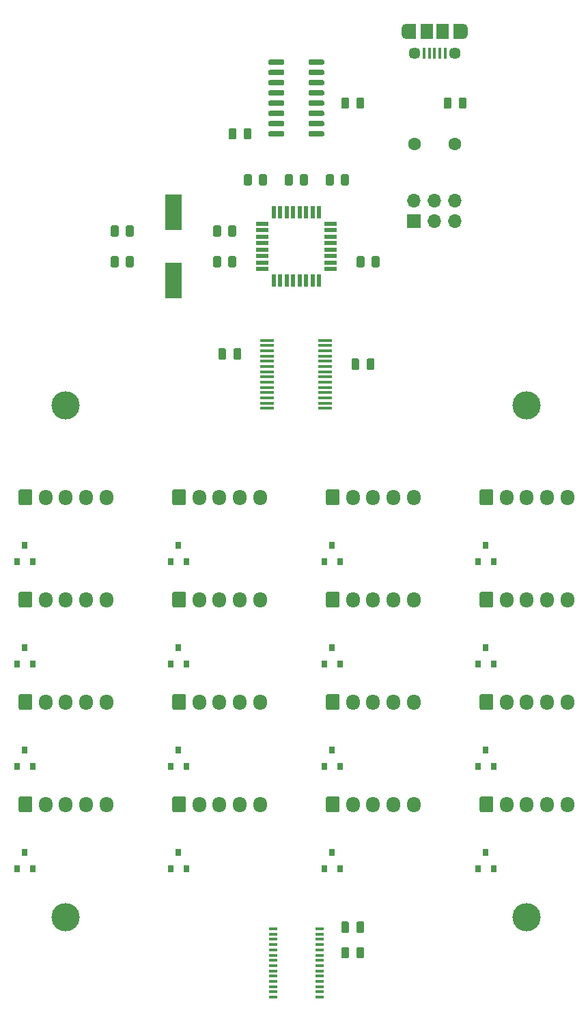
<source format=gbr>
G04 #@! TF.GenerationSoftware,KiCad,Pcbnew,(5.1.5-0-10_14)*
G04 #@! TF.CreationDate,2020-07-04T20:20:26+02:00*
G04 #@! TF.ProjectId,controller,636f6e74-726f-46c6-9c65-722e6b696361,rev?*
G04 #@! TF.SameCoordinates,Original*
G04 #@! TF.FileFunction,Soldermask,Top*
G04 #@! TF.FilePolarity,Negative*
%FSLAX46Y46*%
G04 Gerber Fmt 4.6, Leading zero omitted, Abs format (unit mm)*
G04 Created by KiCad (PCBNEW (5.1.5-0-10_14)) date 2020-07-04 20:20:26*
%MOMM*%
%LPD*%
G04 APERTURE LIST*
%ADD10R,0.550000X1.600000*%
%ADD11R,1.600000X0.550000*%
%ADD12C,0.100000*%
%ADD13R,1.200000X1.900000*%
%ADD14O,1.200000X1.900000*%
%ADD15R,1.500000X1.900000*%
%ADD16C,1.450000*%
%ADD17R,0.400000X1.350000*%
%ADD18R,1.100000X0.400000*%
%ADD19R,0.800000X0.900000*%
%ADD20O,1.700000X1.950000*%
%ADD21R,2.000000X4.500000*%
%ADD22R,1.750000X0.450000*%
%ADD23O,1.700000X1.700000*%
%ADD24R,1.700000X1.700000*%
%ADD25C,1.600000*%
%ADD26C,3.500000*%
G04 APERTURE END LIST*
D10*
X126740000Y-73855000D03*
X127540000Y-73855000D03*
X128340000Y-73855000D03*
X129140000Y-73855000D03*
X129940000Y-73855000D03*
X130740000Y-73855000D03*
X131540000Y-73855000D03*
X132340000Y-73855000D03*
D11*
X133790000Y-75305000D03*
X133790000Y-76105000D03*
X133790000Y-76905000D03*
X133790000Y-77705000D03*
X133790000Y-78505000D03*
X133790000Y-79305000D03*
X133790000Y-80105000D03*
X133790000Y-80905000D03*
D10*
X132340000Y-82355000D03*
X131540000Y-82355000D03*
X130740000Y-82355000D03*
X129940000Y-82355000D03*
X129140000Y-82355000D03*
X128340000Y-82355000D03*
X127540000Y-82355000D03*
X126740000Y-82355000D03*
D11*
X125290000Y-80905000D03*
X125290000Y-80105000D03*
X125290000Y-79305000D03*
X125290000Y-78505000D03*
X125290000Y-77705000D03*
X125290000Y-76905000D03*
X125290000Y-76105000D03*
X125290000Y-75305000D03*
D12*
G36*
X135825142Y-69151174D02*
G01*
X135848803Y-69154684D01*
X135872007Y-69160496D01*
X135894529Y-69168554D01*
X135916153Y-69178782D01*
X135936670Y-69191079D01*
X135955883Y-69205329D01*
X135973607Y-69221393D01*
X135989671Y-69239117D01*
X136003921Y-69258330D01*
X136016218Y-69278847D01*
X136026446Y-69300471D01*
X136034504Y-69322993D01*
X136040316Y-69346197D01*
X136043826Y-69369858D01*
X136045000Y-69393750D01*
X136045000Y-70306250D01*
X136043826Y-70330142D01*
X136040316Y-70353803D01*
X136034504Y-70377007D01*
X136026446Y-70399529D01*
X136016218Y-70421153D01*
X136003921Y-70441670D01*
X135989671Y-70460883D01*
X135973607Y-70478607D01*
X135955883Y-70494671D01*
X135936670Y-70508921D01*
X135916153Y-70521218D01*
X135894529Y-70531446D01*
X135872007Y-70539504D01*
X135848803Y-70545316D01*
X135825142Y-70548826D01*
X135801250Y-70550000D01*
X135313750Y-70550000D01*
X135289858Y-70548826D01*
X135266197Y-70545316D01*
X135242993Y-70539504D01*
X135220471Y-70531446D01*
X135198847Y-70521218D01*
X135178330Y-70508921D01*
X135159117Y-70494671D01*
X135141393Y-70478607D01*
X135125329Y-70460883D01*
X135111079Y-70441670D01*
X135098782Y-70421153D01*
X135088554Y-70399529D01*
X135080496Y-70377007D01*
X135074684Y-70353803D01*
X135071174Y-70330142D01*
X135070000Y-70306250D01*
X135070000Y-69393750D01*
X135071174Y-69369858D01*
X135074684Y-69346197D01*
X135080496Y-69322993D01*
X135088554Y-69300471D01*
X135098782Y-69278847D01*
X135111079Y-69258330D01*
X135125329Y-69239117D01*
X135141393Y-69221393D01*
X135159117Y-69205329D01*
X135178330Y-69191079D01*
X135198847Y-69178782D01*
X135220471Y-69168554D01*
X135242993Y-69160496D01*
X135266197Y-69154684D01*
X135289858Y-69151174D01*
X135313750Y-69150000D01*
X135801250Y-69150000D01*
X135825142Y-69151174D01*
G37*
G36*
X133950142Y-69151174D02*
G01*
X133973803Y-69154684D01*
X133997007Y-69160496D01*
X134019529Y-69168554D01*
X134041153Y-69178782D01*
X134061670Y-69191079D01*
X134080883Y-69205329D01*
X134098607Y-69221393D01*
X134114671Y-69239117D01*
X134128921Y-69258330D01*
X134141218Y-69278847D01*
X134151446Y-69300471D01*
X134159504Y-69322993D01*
X134165316Y-69346197D01*
X134168826Y-69369858D01*
X134170000Y-69393750D01*
X134170000Y-70306250D01*
X134168826Y-70330142D01*
X134165316Y-70353803D01*
X134159504Y-70377007D01*
X134151446Y-70399529D01*
X134141218Y-70421153D01*
X134128921Y-70441670D01*
X134114671Y-70460883D01*
X134098607Y-70478607D01*
X134080883Y-70494671D01*
X134061670Y-70508921D01*
X134041153Y-70521218D01*
X134019529Y-70531446D01*
X133997007Y-70539504D01*
X133973803Y-70545316D01*
X133950142Y-70548826D01*
X133926250Y-70550000D01*
X133438750Y-70550000D01*
X133414858Y-70548826D01*
X133391197Y-70545316D01*
X133367993Y-70539504D01*
X133345471Y-70531446D01*
X133323847Y-70521218D01*
X133303330Y-70508921D01*
X133284117Y-70494671D01*
X133266393Y-70478607D01*
X133250329Y-70460883D01*
X133236079Y-70441670D01*
X133223782Y-70421153D01*
X133213554Y-70399529D01*
X133205496Y-70377007D01*
X133199684Y-70353803D01*
X133196174Y-70330142D01*
X133195000Y-70306250D01*
X133195000Y-69393750D01*
X133196174Y-69369858D01*
X133199684Y-69346197D01*
X133205496Y-69322993D01*
X133213554Y-69300471D01*
X133223782Y-69278847D01*
X133236079Y-69258330D01*
X133250329Y-69239117D01*
X133266393Y-69221393D01*
X133284117Y-69205329D01*
X133303330Y-69191079D01*
X133323847Y-69178782D01*
X133345471Y-69168554D01*
X133367993Y-69160496D01*
X133391197Y-69154684D01*
X133414858Y-69151174D01*
X133438750Y-69150000D01*
X133926250Y-69150000D01*
X133950142Y-69151174D01*
G37*
G36*
X128870142Y-69151174D02*
G01*
X128893803Y-69154684D01*
X128917007Y-69160496D01*
X128939529Y-69168554D01*
X128961153Y-69178782D01*
X128981670Y-69191079D01*
X129000883Y-69205329D01*
X129018607Y-69221393D01*
X129034671Y-69239117D01*
X129048921Y-69258330D01*
X129061218Y-69278847D01*
X129071446Y-69300471D01*
X129079504Y-69322993D01*
X129085316Y-69346197D01*
X129088826Y-69369858D01*
X129090000Y-69393750D01*
X129090000Y-70306250D01*
X129088826Y-70330142D01*
X129085316Y-70353803D01*
X129079504Y-70377007D01*
X129071446Y-70399529D01*
X129061218Y-70421153D01*
X129048921Y-70441670D01*
X129034671Y-70460883D01*
X129018607Y-70478607D01*
X129000883Y-70494671D01*
X128981670Y-70508921D01*
X128961153Y-70521218D01*
X128939529Y-70531446D01*
X128917007Y-70539504D01*
X128893803Y-70545316D01*
X128870142Y-70548826D01*
X128846250Y-70550000D01*
X128358750Y-70550000D01*
X128334858Y-70548826D01*
X128311197Y-70545316D01*
X128287993Y-70539504D01*
X128265471Y-70531446D01*
X128243847Y-70521218D01*
X128223330Y-70508921D01*
X128204117Y-70494671D01*
X128186393Y-70478607D01*
X128170329Y-70460883D01*
X128156079Y-70441670D01*
X128143782Y-70421153D01*
X128133554Y-70399529D01*
X128125496Y-70377007D01*
X128119684Y-70353803D01*
X128116174Y-70330142D01*
X128115000Y-70306250D01*
X128115000Y-69393750D01*
X128116174Y-69369858D01*
X128119684Y-69346197D01*
X128125496Y-69322993D01*
X128133554Y-69300471D01*
X128143782Y-69278847D01*
X128156079Y-69258330D01*
X128170329Y-69239117D01*
X128186393Y-69221393D01*
X128204117Y-69205329D01*
X128223330Y-69191079D01*
X128243847Y-69178782D01*
X128265471Y-69168554D01*
X128287993Y-69160496D01*
X128311197Y-69154684D01*
X128334858Y-69151174D01*
X128358750Y-69150000D01*
X128846250Y-69150000D01*
X128870142Y-69151174D01*
G37*
G36*
X130745142Y-69151174D02*
G01*
X130768803Y-69154684D01*
X130792007Y-69160496D01*
X130814529Y-69168554D01*
X130836153Y-69178782D01*
X130856670Y-69191079D01*
X130875883Y-69205329D01*
X130893607Y-69221393D01*
X130909671Y-69239117D01*
X130923921Y-69258330D01*
X130936218Y-69278847D01*
X130946446Y-69300471D01*
X130954504Y-69322993D01*
X130960316Y-69346197D01*
X130963826Y-69369858D01*
X130965000Y-69393750D01*
X130965000Y-70306250D01*
X130963826Y-70330142D01*
X130960316Y-70353803D01*
X130954504Y-70377007D01*
X130946446Y-70399529D01*
X130936218Y-70421153D01*
X130923921Y-70441670D01*
X130909671Y-70460883D01*
X130893607Y-70478607D01*
X130875883Y-70494671D01*
X130856670Y-70508921D01*
X130836153Y-70521218D01*
X130814529Y-70531446D01*
X130792007Y-70539504D01*
X130768803Y-70545316D01*
X130745142Y-70548826D01*
X130721250Y-70550000D01*
X130233750Y-70550000D01*
X130209858Y-70548826D01*
X130186197Y-70545316D01*
X130162993Y-70539504D01*
X130140471Y-70531446D01*
X130118847Y-70521218D01*
X130098330Y-70508921D01*
X130079117Y-70494671D01*
X130061393Y-70478607D01*
X130045329Y-70460883D01*
X130031079Y-70441670D01*
X130018782Y-70421153D01*
X130008554Y-70399529D01*
X130000496Y-70377007D01*
X129994684Y-70353803D01*
X129991174Y-70330142D01*
X129990000Y-70306250D01*
X129990000Y-69393750D01*
X129991174Y-69369858D01*
X129994684Y-69346197D01*
X130000496Y-69322993D01*
X130008554Y-69300471D01*
X130018782Y-69278847D01*
X130031079Y-69258330D01*
X130045329Y-69239117D01*
X130061393Y-69221393D01*
X130079117Y-69205329D01*
X130098330Y-69191079D01*
X130118847Y-69178782D01*
X130140471Y-69168554D01*
X130162993Y-69160496D01*
X130186197Y-69154684D01*
X130209858Y-69151174D01*
X130233750Y-69150000D01*
X130721250Y-69150000D01*
X130745142Y-69151174D01*
G37*
D13*
X149585000Y-51467500D03*
X143785000Y-51467500D03*
D14*
X143185000Y-51467500D03*
X150185000Y-51467500D03*
D15*
X147685000Y-51467500D03*
D16*
X144185000Y-54167500D03*
D17*
X146685000Y-54167500D03*
X146035000Y-54167500D03*
X145385000Y-54167500D03*
X147985000Y-54167500D03*
X147335000Y-54167500D03*
D16*
X149185000Y-54167500D03*
D15*
X145685000Y-51467500D03*
D12*
G36*
X137730142Y-165036174D02*
G01*
X137753803Y-165039684D01*
X137777007Y-165045496D01*
X137799529Y-165053554D01*
X137821153Y-165063782D01*
X137841670Y-165076079D01*
X137860883Y-165090329D01*
X137878607Y-165106393D01*
X137894671Y-165124117D01*
X137908921Y-165143330D01*
X137921218Y-165163847D01*
X137931446Y-165185471D01*
X137939504Y-165207993D01*
X137945316Y-165231197D01*
X137948826Y-165254858D01*
X137950000Y-165278750D01*
X137950000Y-166191250D01*
X137948826Y-166215142D01*
X137945316Y-166238803D01*
X137939504Y-166262007D01*
X137931446Y-166284529D01*
X137921218Y-166306153D01*
X137908921Y-166326670D01*
X137894671Y-166345883D01*
X137878607Y-166363607D01*
X137860883Y-166379671D01*
X137841670Y-166393921D01*
X137821153Y-166406218D01*
X137799529Y-166416446D01*
X137777007Y-166424504D01*
X137753803Y-166430316D01*
X137730142Y-166433826D01*
X137706250Y-166435000D01*
X137218750Y-166435000D01*
X137194858Y-166433826D01*
X137171197Y-166430316D01*
X137147993Y-166424504D01*
X137125471Y-166416446D01*
X137103847Y-166406218D01*
X137083330Y-166393921D01*
X137064117Y-166379671D01*
X137046393Y-166363607D01*
X137030329Y-166345883D01*
X137016079Y-166326670D01*
X137003782Y-166306153D01*
X136993554Y-166284529D01*
X136985496Y-166262007D01*
X136979684Y-166238803D01*
X136976174Y-166215142D01*
X136975000Y-166191250D01*
X136975000Y-165278750D01*
X136976174Y-165254858D01*
X136979684Y-165231197D01*
X136985496Y-165207993D01*
X136993554Y-165185471D01*
X137003782Y-165163847D01*
X137016079Y-165143330D01*
X137030329Y-165124117D01*
X137046393Y-165106393D01*
X137064117Y-165090329D01*
X137083330Y-165076079D01*
X137103847Y-165063782D01*
X137125471Y-165053554D01*
X137147993Y-165045496D01*
X137171197Y-165039684D01*
X137194858Y-165036174D01*
X137218750Y-165035000D01*
X137706250Y-165035000D01*
X137730142Y-165036174D01*
G37*
G36*
X135855142Y-165036174D02*
G01*
X135878803Y-165039684D01*
X135902007Y-165045496D01*
X135924529Y-165053554D01*
X135946153Y-165063782D01*
X135966670Y-165076079D01*
X135985883Y-165090329D01*
X136003607Y-165106393D01*
X136019671Y-165124117D01*
X136033921Y-165143330D01*
X136046218Y-165163847D01*
X136056446Y-165185471D01*
X136064504Y-165207993D01*
X136070316Y-165231197D01*
X136073826Y-165254858D01*
X136075000Y-165278750D01*
X136075000Y-166191250D01*
X136073826Y-166215142D01*
X136070316Y-166238803D01*
X136064504Y-166262007D01*
X136056446Y-166284529D01*
X136046218Y-166306153D01*
X136033921Y-166326670D01*
X136019671Y-166345883D01*
X136003607Y-166363607D01*
X135985883Y-166379671D01*
X135966670Y-166393921D01*
X135946153Y-166406218D01*
X135924529Y-166416446D01*
X135902007Y-166424504D01*
X135878803Y-166430316D01*
X135855142Y-166433826D01*
X135831250Y-166435000D01*
X135343750Y-166435000D01*
X135319858Y-166433826D01*
X135296197Y-166430316D01*
X135272993Y-166424504D01*
X135250471Y-166416446D01*
X135228847Y-166406218D01*
X135208330Y-166393921D01*
X135189117Y-166379671D01*
X135171393Y-166363607D01*
X135155329Y-166345883D01*
X135141079Y-166326670D01*
X135128782Y-166306153D01*
X135118554Y-166284529D01*
X135110496Y-166262007D01*
X135104684Y-166238803D01*
X135101174Y-166215142D01*
X135100000Y-166191250D01*
X135100000Y-165278750D01*
X135101174Y-165254858D01*
X135104684Y-165231197D01*
X135110496Y-165207993D01*
X135118554Y-165185471D01*
X135128782Y-165163847D01*
X135141079Y-165143330D01*
X135155329Y-165124117D01*
X135171393Y-165106393D01*
X135189117Y-165090329D01*
X135208330Y-165076079D01*
X135228847Y-165063782D01*
X135250471Y-165053554D01*
X135272993Y-165045496D01*
X135296197Y-165039684D01*
X135319858Y-165036174D01*
X135343750Y-165035000D01*
X135831250Y-165035000D01*
X135855142Y-165036174D01*
G37*
G36*
X137730142Y-161861174D02*
G01*
X137753803Y-161864684D01*
X137777007Y-161870496D01*
X137799529Y-161878554D01*
X137821153Y-161888782D01*
X137841670Y-161901079D01*
X137860883Y-161915329D01*
X137878607Y-161931393D01*
X137894671Y-161949117D01*
X137908921Y-161968330D01*
X137921218Y-161988847D01*
X137931446Y-162010471D01*
X137939504Y-162032993D01*
X137945316Y-162056197D01*
X137948826Y-162079858D01*
X137950000Y-162103750D01*
X137950000Y-163016250D01*
X137948826Y-163040142D01*
X137945316Y-163063803D01*
X137939504Y-163087007D01*
X137931446Y-163109529D01*
X137921218Y-163131153D01*
X137908921Y-163151670D01*
X137894671Y-163170883D01*
X137878607Y-163188607D01*
X137860883Y-163204671D01*
X137841670Y-163218921D01*
X137821153Y-163231218D01*
X137799529Y-163241446D01*
X137777007Y-163249504D01*
X137753803Y-163255316D01*
X137730142Y-163258826D01*
X137706250Y-163260000D01*
X137218750Y-163260000D01*
X137194858Y-163258826D01*
X137171197Y-163255316D01*
X137147993Y-163249504D01*
X137125471Y-163241446D01*
X137103847Y-163231218D01*
X137083330Y-163218921D01*
X137064117Y-163204671D01*
X137046393Y-163188607D01*
X137030329Y-163170883D01*
X137016079Y-163151670D01*
X137003782Y-163131153D01*
X136993554Y-163109529D01*
X136985496Y-163087007D01*
X136979684Y-163063803D01*
X136976174Y-163040142D01*
X136975000Y-163016250D01*
X136975000Y-162103750D01*
X136976174Y-162079858D01*
X136979684Y-162056197D01*
X136985496Y-162032993D01*
X136993554Y-162010471D01*
X137003782Y-161988847D01*
X137016079Y-161968330D01*
X137030329Y-161949117D01*
X137046393Y-161931393D01*
X137064117Y-161915329D01*
X137083330Y-161901079D01*
X137103847Y-161888782D01*
X137125471Y-161878554D01*
X137147993Y-161870496D01*
X137171197Y-161864684D01*
X137194858Y-161861174D01*
X137218750Y-161860000D01*
X137706250Y-161860000D01*
X137730142Y-161861174D01*
G37*
G36*
X135855142Y-161861174D02*
G01*
X135878803Y-161864684D01*
X135902007Y-161870496D01*
X135924529Y-161878554D01*
X135946153Y-161888782D01*
X135966670Y-161901079D01*
X135985883Y-161915329D01*
X136003607Y-161931393D01*
X136019671Y-161949117D01*
X136033921Y-161968330D01*
X136046218Y-161988847D01*
X136056446Y-162010471D01*
X136064504Y-162032993D01*
X136070316Y-162056197D01*
X136073826Y-162079858D01*
X136075000Y-162103750D01*
X136075000Y-163016250D01*
X136073826Y-163040142D01*
X136070316Y-163063803D01*
X136064504Y-163087007D01*
X136056446Y-163109529D01*
X136046218Y-163131153D01*
X136033921Y-163151670D01*
X136019671Y-163170883D01*
X136003607Y-163188607D01*
X135985883Y-163204671D01*
X135966670Y-163218921D01*
X135946153Y-163231218D01*
X135924529Y-163241446D01*
X135902007Y-163249504D01*
X135878803Y-163255316D01*
X135855142Y-163258826D01*
X135831250Y-163260000D01*
X135343750Y-163260000D01*
X135319858Y-163258826D01*
X135296197Y-163255316D01*
X135272993Y-163249504D01*
X135250471Y-163241446D01*
X135228847Y-163231218D01*
X135208330Y-163218921D01*
X135189117Y-163204671D01*
X135171393Y-163188607D01*
X135155329Y-163170883D01*
X135141079Y-163151670D01*
X135128782Y-163131153D01*
X135118554Y-163109529D01*
X135110496Y-163087007D01*
X135104684Y-163063803D01*
X135101174Y-163040142D01*
X135100000Y-163016250D01*
X135100000Y-162103750D01*
X135101174Y-162079858D01*
X135104684Y-162056197D01*
X135110496Y-162032993D01*
X135118554Y-162010471D01*
X135128782Y-161988847D01*
X135141079Y-161968330D01*
X135155329Y-161949117D01*
X135171393Y-161931393D01*
X135189117Y-161915329D01*
X135208330Y-161901079D01*
X135228847Y-161888782D01*
X135250471Y-161878554D01*
X135272993Y-161870496D01*
X135296197Y-161864684D01*
X135319858Y-161861174D01*
X135343750Y-161860000D01*
X135831250Y-161860000D01*
X135855142Y-161861174D01*
G37*
D18*
X132390000Y-162780000D03*
X132390000Y-163430000D03*
X132390000Y-164080000D03*
X132390000Y-164730000D03*
X132390000Y-165380000D03*
X132390000Y-166030000D03*
X132390000Y-166680000D03*
X132390000Y-167330000D03*
X132390000Y-167980000D03*
X132390000Y-168630000D03*
X132390000Y-169280000D03*
X132390000Y-169930000D03*
X132390000Y-170580000D03*
X132390000Y-171230000D03*
X126690000Y-171230000D03*
X126690000Y-170580000D03*
X126690000Y-169930000D03*
X126690000Y-169280000D03*
X126690000Y-168630000D03*
X126690000Y-167980000D03*
X126690000Y-167330000D03*
X126690000Y-166680000D03*
X126690000Y-166030000D03*
X126690000Y-165380000D03*
X126690000Y-164730000D03*
X126690000Y-164080000D03*
X126690000Y-163430000D03*
X126690000Y-162780000D03*
D19*
X153035000Y-115205000D03*
X153985000Y-117205000D03*
X152085000Y-117205000D03*
X153035000Y-127905000D03*
X153985000Y-129905000D03*
X152085000Y-129905000D03*
X153035000Y-140605000D03*
X153985000Y-142605000D03*
X152085000Y-142605000D03*
X153035000Y-153305000D03*
X153985000Y-155305000D03*
X152085000Y-155305000D03*
X133985000Y-153305000D03*
X134935000Y-155305000D03*
X133035000Y-155305000D03*
X133985000Y-140605000D03*
X134935000Y-142605000D03*
X133035000Y-142605000D03*
X133985000Y-127905000D03*
X134935000Y-129905000D03*
X133035000Y-129905000D03*
X133985000Y-115205000D03*
X134935000Y-117205000D03*
X133035000Y-117205000D03*
X114935000Y-153305000D03*
X115885000Y-155305000D03*
X113985000Y-155305000D03*
X114935000Y-140605000D03*
X115885000Y-142605000D03*
X113985000Y-142605000D03*
X114935000Y-127905000D03*
X115885000Y-129905000D03*
X113985000Y-129905000D03*
X114935000Y-115205000D03*
X115885000Y-117205000D03*
X113985000Y-117205000D03*
X95885000Y-115205000D03*
X96835000Y-117205000D03*
X94935000Y-117205000D03*
X95885000Y-127905000D03*
X96835000Y-129905000D03*
X94935000Y-129905000D03*
X95885000Y-140605000D03*
X96835000Y-142605000D03*
X94935000Y-142605000D03*
D20*
X163115000Y-109220000D03*
X160615000Y-109220000D03*
X158115000Y-109220000D03*
X155615000Y-109220000D03*
D12*
G36*
X153739504Y-108246204D02*
G01*
X153763773Y-108249804D01*
X153787571Y-108255765D01*
X153810671Y-108264030D01*
X153832849Y-108274520D01*
X153853893Y-108287133D01*
X153873598Y-108301747D01*
X153891777Y-108318223D01*
X153908253Y-108336402D01*
X153922867Y-108356107D01*
X153935480Y-108377151D01*
X153945970Y-108399329D01*
X153954235Y-108422429D01*
X153960196Y-108446227D01*
X153963796Y-108470496D01*
X153965000Y-108495000D01*
X153965000Y-109945000D01*
X153963796Y-109969504D01*
X153960196Y-109993773D01*
X153954235Y-110017571D01*
X153945970Y-110040671D01*
X153935480Y-110062849D01*
X153922867Y-110083893D01*
X153908253Y-110103598D01*
X153891777Y-110121777D01*
X153873598Y-110138253D01*
X153853893Y-110152867D01*
X153832849Y-110165480D01*
X153810671Y-110175970D01*
X153787571Y-110184235D01*
X153763773Y-110190196D01*
X153739504Y-110193796D01*
X153715000Y-110195000D01*
X152515000Y-110195000D01*
X152490496Y-110193796D01*
X152466227Y-110190196D01*
X152442429Y-110184235D01*
X152419329Y-110175970D01*
X152397151Y-110165480D01*
X152376107Y-110152867D01*
X152356402Y-110138253D01*
X152338223Y-110121777D01*
X152321747Y-110103598D01*
X152307133Y-110083893D01*
X152294520Y-110062849D01*
X152284030Y-110040671D01*
X152275765Y-110017571D01*
X152269804Y-109993773D01*
X152266204Y-109969504D01*
X152265000Y-109945000D01*
X152265000Y-108495000D01*
X152266204Y-108470496D01*
X152269804Y-108446227D01*
X152275765Y-108422429D01*
X152284030Y-108399329D01*
X152294520Y-108377151D01*
X152307133Y-108356107D01*
X152321747Y-108336402D01*
X152338223Y-108318223D01*
X152356402Y-108301747D01*
X152376107Y-108287133D01*
X152397151Y-108274520D01*
X152419329Y-108264030D01*
X152442429Y-108255765D01*
X152466227Y-108249804D01*
X152490496Y-108246204D01*
X152515000Y-108245000D01*
X153715000Y-108245000D01*
X153739504Y-108246204D01*
G37*
D20*
X163115000Y-121920000D03*
X160615000Y-121920000D03*
X158115000Y-121920000D03*
X155615000Y-121920000D03*
D12*
G36*
X153739504Y-120946204D02*
G01*
X153763773Y-120949804D01*
X153787571Y-120955765D01*
X153810671Y-120964030D01*
X153832849Y-120974520D01*
X153853893Y-120987133D01*
X153873598Y-121001747D01*
X153891777Y-121018223D01*
X153908253Y-121036402D01*
X153922867Y-121056107D01*
X153935480Y-121077151D01*
X153945970Y-121099329D01*
X153954235Y-121122429D01*
X153960196Y-121146227D01*
X153963796Y-121170496D01*
X153965000Y-121195000D01*
X153965000Y-122645000D01*
X153963796Y-122669504D01*
X153960196Y-122693773D01*
X153954235Y-122717571D01*
X153945970Y-122740671D01*
X153935480Y-122762849D01*
X153922867Y-122783893D01*
X153908253Y-122803598D01*
X153891777Y-122821777D01*
X153873598Y-122838253D01*
X153853893Y-122852867D01*
X153832849Y-122865480D01*
X153810671Y-122875970D01*
X153787571Y-122884235D01*
X153763773Y-122890196D01*
X153739504Y-122893796D01*
X153715000Y-122895000D01*
X152515000Y-122895000D01*
X152490496Y-122893796D01*
X152466227Y-122890196D01*
X152442429Y-122884235D01*
X152419329Y-122875970D01*
X152397151Y-122865480D01*
X152376107Y-122852867D01*
X152356402Y-122838253D01*
X152338223Y-122821777D01*
X152321747Y-122803598D01*
X152307133Y-122783893D01*
X152294520Y-122762849D01*
X152284030Y-122740671D01*
X152275765Y-122717571D01*
X152269804Y-122693773D01*
X152266204Y-122669504D01*
X152265000Y-122645000D01*
X152265000Y-121195000D01*
X152266204Y-121170496D01*
X152269804Y-121146227D01*
X152275765Y-121122429D01*
X152284030Y-121099329D01*
X152294520Y-121077151D01*
X152307133Y-121056107D01*
X152321747Y-121036402D01*
X152338223Y-121018223D01*
X152356402Y-121001747D01*
X152376107Y-120987133D01*
X152397151Y-120974520D01*
X152419329Y-120964030D01*
X152442429Y-120955765D01*
X152466227Y-120949804D01*
X152490496Y-120946204D01*
X152515000Y-120945000D01*
X153715000Y-120945000D01*
X153739504Y-120946204D01*
G37*
D20*
X163115000Y-134620000D03*
X160615000Y-134620000D03*
X158115000Y-134620000D03*
X155615000Y-134620000D03*
D12*
G36*
X153739504Y-133646204D02*
G01*
X153763773Y-133649804D01*
X153787571Y-133655765D01*
X153810671Y-133664030D01*
X153832849Y-133674520D01*
X153853893Y-133687133D01*
X153873598Y-133701747D01*
X153891777Y-133718223D01*
X153908253Y-133736402D01*
X153922867Y-133756107D01*
X153935480Y-133777151D01*
X153945970Y-133799329D01*
X153954235Y-133822429D01*
X153960196Y-133846227D01*
X153963796Y-133870496D01*
X153965000Y-133895000D01*
X153965000Y-135345000D01*
X153963796Y-135369504D01*
X153960196Y-135393773D01*
X153954235Y-135417571D01*
X153945970Y-135440671D01*
X153935480Y-135462849D01*
X153922867Y-135483893D01*
X153908253Y-135503598D01*
X153891777Y-135521777D01*
X153873598Y-135538253D01*
X153853893Y-135552867D01*
X153832849Y-135565480D01*
X153810671Y-135575970D01*
X153787571Y-135584235D01*
X153763773Y-135590196D01*
X153739504Y-135593796D01*
X153715000Y-135595000D01*
X152515000Y-135595000D01*
X152490496Y-135593796D01*
X152466227Y-135590196D01*
X152442429Y-135584235D01*
X152419329Y-135575970D01*
X152397151Y-135565480D01*
X152376107Y-135552867D01*
X152356402Y-135538253D01*
X152338223Y-135521777D01*
X152321747Y-135503598D01*
X152307133Y-135483893D01*
X152294520Y-135462849D01*
X152284030Y-135440671D01*
X152275765Y-135417571D01*
X152269804Y-135393773D01*
X152266204Y-135369504D01*
X152265000Y-135345000D01*
X152265000Y-133895000D01*
X152266204Y-133870496D01*
X152269804Y-133846227D01*
X152275765Y-133822429D01*
X152284030Y-133799329D01*
X152294520Y-133777151D01*
X152307133Y-133756107D01*
X152321747Y-133736402D01*
X152338223Y-133718223D01*
X152356402Y-133701747D01*
X152376107Y-133687133D01*
X152397151Y-133674520D01*
X152419329Y-133664030D01*
X152442429Y-133655765D01*
X152466227Y-133649804D01*
X152490496Y-133646204D01*
X152515000Y-133645000D01*
X153715000Y-133645000D01*
X153739504Y-133646204D01*
G37*
D20*
X163115000Y-147320000D03*
X160615000Y-147320000D03*
X158115000Y-147320000D03*
X155615000Y-147320000D03*
D12*
G36*
X153739504Y-146346204D02*
G01*
X153763773Y-146349804D01*
X153787571Y-146355765D01*
X153810671Y-146364030D01*
X153832849Y-146374520D01*
X153853893Y-146387133D01*
X153873598Y-146401747D01*
X153891777Y-146418223D01*
X153908253Y-146436402D01*
X153922867Y-146456107D01*
X153935480Y-146477151D01*
X153945970Y-146499329D01*
X153954235Y-146522429D01*
X153960196Y-146546227D01*
X153963796Y-146570496D01*
X153965000Y-146595000D01*
X153965000Y-148045000D01*
X153963796Y-148069504D01*
X153960196Y-148093773D01*
X153954235Y-148117571D01*
X153945970Y-148140671D01*
X153935480Y-148162849D01*
X153922867Y-148183893D01*
X153908253Y-148203598D01*
X153891777Y-148221777D01*
X153873598Y-148238253D01*
X153853893Y-148252867D01*
X153832849Y-148265480D01*
X153810671Y-148275970D01*
X153787571Y-148284235D01*
X153763773Y-148290196D01*
X153739504Y-148293796D01*
X153715000Y-148295000D01*
X152515000Y-148295000D01*
X152490496Y-148293796D01*
X152466227Y-148290196D01*
X152442429Y-148284235D01*
X152419329Y-148275970D01*
X152397151Y-148265480D01*
X152376107Y-148252867D01*
X152356402Y-148238253D01*
X152338223Y-148221777D01*
X152321747Y-148203598D01*
X152307133Y-148183893D01*
X152294520Y-148162849D01*
X152284030Y-148140671D01*
X152275765Y-148117571D01*
X152269804Y-148093773D01*
X152266204Y-148069504D01*
X152265000Y-148045000D01*
X152265000Y-146595000D01*
X152266204Y-146570496D01*
X152269804Y-146546227D01*
X152275765Y-146522429D01*
X152284030Y-146499329D01*
X152294520Y-146477151D01*
X152307133Y-146456107D01*
X152321747Y-146436402D01*
X152338223Y-146418223D01*
X152356402Y-146401747D01*
X152376107Y-146387133D01*
X152397151Y-146374520D01*
X152419329Y-146364030D01*
X152442429Y-146355765D01*
X152466227Y-146349804D01*
X152490496Y-146346204D01*
X152515000Y-146345000D01*
X153715000Y-146345000D01*
X153739504Y-146346204D01*
G37*
D20*
X144065000Y-147320000D03*
X141565000Y-147320000D03*
X139065000Y-147320000D03*
X136565000Y-147320000D03*
D12*
G36*
X134689504Y-146346204D02*
G01*
X134713773Y-146349804D01*
X134737571Y-146355765D01*
X134760671Y-146364030D01*
X134782849Y-146374520D01*
X134803893Y-146387133D01*
X134823598Y-146401747D01*
X134841777Y-146418223D01*
X134858253Y-146436402D01*
X134872867Y-146456107D01*
X134885480Y-146477151D01*
X134895970Y-146499329D01*
X134904235Y-146522429D01*
X134910196Y-146546227D01*
X134913796Y-146570496D01*
X134915000Y-146595000D01*
X134915000Y-148045000D01*
X134913796Y-148069504D01*
X134910196Y-148093773D01*
X134904235Y-148117571D01*
X134895970Y-148140671D01*
X134885480Y-148162849D01*
X134872867Y-148183893D01*
X134858253Y-148203598D01*
X134841777Y-148221777D01*
X134823598Y-148238253D01*
X134803893Y-148252867D01*
X134782849Y-148265480D01*
X134760671Y-148275970D01*
X134737571Y-148284235D01*
X134713773Y-148290196D01*
X134689504Y-148293796D01*
X134665000Y-148295000D01*
X133465000Y-148295000D01*
X133440496Y-148293796D01*
X133416227Y-148290196D01*
X133392429Y-148284235D01*
X133369329Y-148275970D01*
X133347151Y-148265480D01*
X133326107Y-148252867D01*
X133306402Y-148238253D01*
X133288223Y-148221777D01*
X133271747Y-148203598D01*
X133257133Y-148183893D01*
X133244520Y-148162849D01*
X133234030Y-148140671D01*
X133225765Y-148117571D01*
X133219804Y-148093773D01*
X133216204Y-148069504D01*
X133215000Y-148045000D01*
X133215000Y-146595000D01*
X133216204Y-146570496D01*
X133219804Y-146546227D01*
X133225765Y-146522429D01*
X133234030Y-146499329D01*
X133244520Y-146477151D01*
X133257133Y-146456107D01*
X133271747Y-146436402D01*
X133288223Y-146418223D01*
X133306402Y-146401747D01*
X133326107Y-146387133D01*
X133347151Y-146374520D01*
X133369329Y-146364030D01*
X133392429Y-146355765D01*
X133416227Y-146349804D01*
X133440496Y-146346204D01*
X133465000Y-146345000D01*
X134665000Y-146345000D01*
X134689504Y-146346204D01*
G37*
D20*
X144065000Y-134620000D03*
X141565000Y-134620000D03*
X139065000Y-134620000D03*
X136565000Y-134620000D03*
D12*
G36*
X134689504Y-133646204D02*
G01*
X134713773Y-133649804D01*
X134737571Y-133655765D01*
X134760671Y-133664030D01*
X134782849Y-133674520D01*
X134803893Y-133687133D01*
X134823598Y-133701747D01*
X134841777Y-133718223D01*
X134858253Y-133736402D01*
X134872867Y-133756107D01*
X134885480Y-133777151D01*
X134895970Y-133799329D01*
X134904235Y-133822429D01*
X134910196Y-133846227D01*
X134913796Y-133870496D01*
X134915000Y-133895000D01*
X134915000Y-135345000D01*
X134913796Y-135369504D01*
X134910196Y-135393773D01*
X134904235Y-135417571D01*
X134895970Y-135440671D01*
X134885480Y-135462849D01*
X134872867Y-135483893D01*
X134858253Y-135503598D01*
X134841777Y-135521777D01*
X134823598Y-135538253D01*
X134803893Y-135552867D01*
X134782849Y-135565480D01*
X134760671Y-135575970D01*
X134737571Y-135584235D01*
X134713773Y-135590196D01*
X134689504Y-135593796D01*
X134665000Y-135595000D01*
X133465000Y-135595000D01*
X133440496Y-135593796D01*
X133416227Y-135590196D01*
X133392429Y-135584235D01*
X133369329Y-135575970D01*
X133347151Y-135565480D01*
X133326107Y-135552867D01*
X133306402Y-135538253D01*
X133288223Y-135521777D01*
X133271747Y-135503598D01*
X133257133Y-135483893D01*
X133244520Y-135462849D01*
X133234030Y-135440671D01*
X133225765Y-135417571D01*
X133219804Y-135393773D01*
X133216204Y-135369504D01*
X133215000Y-135345000D01*
X133215000Y-133895000D01*
X133216204Y-133870496D01*
X133219804Y-133846227D01*
X133225765Y-133822429D01*
X133234030Y-133799329D01*
X133244520Y-133777151D01*
X133257133Y-133756107D01*
X133271747Y-133736402D01*
X133288223Y-133718223D01*
X133306402Y-133701747D01*
X133326107Y-133687133D01*
X133347151Y-133674520D01*
X133369329Y-133664030D01*
X133392429Y-133655765D01*
X133416227Y-133649804D01*
X133440496Y-133646204D01*
X133465000Y-133645000D01*
X134665000Y-133645000D01*
X134689504Y-133646204D01*
G37*
D20*
X144065000Y-121920000D03*
X141565000Y-121920000D03*
X139065000Y-121920000D03*
X136565000Y-121920000D03*
D12*
G36*
X134689504Y-120946204D02*
G01*
X134713773Y-120949804D01*
X134737571Y-120955765D01*
X134760671Y-120964030D01*
X134782849Y-120974520D01*
X134803893Y-120987133D01*
X134823598Y-121001747D01*
X134841777Y-121018223D01*
X134858253Y-121036402D01*
X134872867Y-121056107D01*
X134885480Y-121077151D01*
X134895970Y-121099329D01*
X134904235Y-121122429D01*
X134910196Y-121146227D01*
X134913796Y-121170496D01*
X134915000Y-121195000D01*
X134915000Y-122645000D01*
X134913796Y-122669504D01*
X134910196Y-122693773D01*
X134904235Y-122717571D01*
X134895970Y-122740671D01*
X134885480Y-122762849D01*
X134872867Y-122783893D01*
X134858253Y-122803598D01*
X134841777Y-122821777D01*
X134823598Y-122838253D01*
X134803893Y-122852867D01*
X134782849Y-122865480D01*
X134760671Y-122875970D01*
X134737571Y-122884235D01*
X134713773Y-122890196D01*
X134689504Y-122893796D01*
X134665000Y-122895000D01*
X133465000Y-122895000D01*
X133440496Y-122893796D01*
X133416227Y-122890196D01*
X133392429Y-122884235D01*
X133369329Y-122875970D01*
X133347151Y-122865480D01*
X133326107Y-122852867D01*
X133306402Y-122838253D01*
X133288223Y-122821777D01*
X133271747Y-122803598D01*
X133257133Y-122783893D01*
X133244520Y-122762849D01*
X133234030Y-122740671D01*
X133225765Y-122717571D01*
X133219804Y-122693773D01*
X133216204Y-122669504D01*
X133215000Y-122645000D01*
X133215000Y-121195000D01*
X133216204Y-121170496D01*
X133219804Y-121146227D01*
X133225765Y-121122429D01*
X133234030Y-121099329D01*
X133244520Y-121077151D01*
X133257133Y-121056107D01*
X133271747Y-121036402D01*
X133288223Y-121018223D01*
X133306402Y-121001747D01*
X133326107Y-120987133D01*
X133347151Y-120974520D01*
X133369329Y-120964030D01*
X133392429Y-120955765D01*
X133416227Y-120949804D01*
X133440496Y-120946204D01*
X133465000Y-120945000D01*
X134665000Y-120945000D01*
X134689504Y-120946204D01*
G37*
D20*
X144065000Y-109220000D03*
X141565000Y-109220000D03*
X139065000Y-109220000D03*
X136565000Y-109220000D03*
D12*
G36*
X134689504Y-108246204D02*
G01*
X134713773Y-108249804D01*
X134737571Y-108255765D01*
X134760671Y-108264030D01*
X134782849Y-108274520D01*
X134803893Y-108287133D01*
X134823598Y-108301747D01*
X134841777Y-108318223D01*
X134858253Y-108336402D01*
X134872867Y-108356107D01*
X134885480Y-108377151D01*
X134895970Y-108399329D01*
X134904235Y-108422429D01*
X134910196Y-108446227D01*
X134913796Y-108470496D01*
X134915000Y-108495000D01*
X134915000Y-109945000D01*
X134913796Y-109969504D01*
X134910196Y-109993773D01*
X134904235Y-110017571D01*
X134895970Y-110040671D01*
X134885480Y-110062849D01*
X134872867Y-110083893D01*
X134858253Y-110103598D01*
X134841777Y-110121777D01*
X134823598Y-110138253D01*
X134803893Y-110152867D01*
X134782849Y-110165480D01*
X134760671Y-110175970D01*
X134737571Y-110184235D01*
X134713773Y-110190196D01*
X134689504Y-110193796D01*
X134665000Y-110195000D01*
X133465000Y-110195000D01*
X133440496Y-110193796D01*
X133416227Y-110190196D01*
X133392429Y-110184235D01*
X133369329Y-110175970D01*
X133347151Y-110165480D01*
X133326107Y-110152867D01*
X133306402Y-110138253D01*
X133288223Y-110121777D01*
X133271747Y-110103598D01*
X133257133Y-110083893D01*
X133244520Y-110062849D01*
X133234030Y-110040671D01*
X133225765Y-110017571D01*
X133219804Y-109993773D01*
X133216204Y-109969504D01*
X133215000Y-109945000D01*
X133215000Y-108495000D01*
X133216204Y-108470496D01*
X133219804Y-108446227D01*
X133225765Y-108422429D01*
X133234030Y-108399329D01*
X133244520Y-108377151D01*
X133257133Y-108356107D01*
X133271747Y-108336402D01*
X133288223Y-108318223D01*
X133306402Y-108301747D01*
X133326107Y-108287133D01*
X133347151Y-108274520D01*
X133369329Y-108264030D01*
X133392429Y-108255765D01*
X133416227Y-108249804D01*
X133440496Y-108246204D01*
X133465000Y-108245000D01*
X134665000Y-108245000D01*
X134689504Y-108246204D01*
G37*
D20*
X125015000Y-147320000D03*
X122515000Y-147320000D03*
X120015000Y-147320000D03*
X117515000Y-147320000D03*
D12*
G36*
X115639504Y-146346204D02*
G01*
X115663773Y-146349804D01*
X115687571Y-146355765D01*
X115710671Y-146364030D01*
X115732849Y-146374520D01*
X115753893Y-146387133D01*
X115773598Y-146401747D01*
X115791777Y-146418223D01*
X115808253Y-146436402D01*
X115822867Y-146456107D01*
X115835480Y-146477151D01*
X115845970Y-146499329D01*
X115854235Y-146522429D01*
X115860196Y-146546227D01*
X115863796Y-146570496D01*
X115865000Y-146595000D01*
X115865000Y-148045000D01*
X115863796Y-148069504D01*
X115860196Y-148093773D01*
X115854235Y-148117571D01*
X115845970Y-148140671D01*
X115835480Y-148162849D01*
X115822867Y-148183893D01*
X115808253Y-148203598D01*
X115791777Y-148221777D01*
X115773598Y-148238253D01*
X115753893Y-148252867D01*
X115732849Y-148265480D01*
X115710671Y-148275970D01*
X115687571Y-148284235D01*
X115663773Y-148290196D01*
X115639504Y-148293796D01*
X115615000Y-148295000D01*
X114415000Y-148295000D01*
X114390496Y-148293796D01*
X114366227Y-148290196D01*
X114342429Y-148284235D01*
X114319329Y-148275970D01*
X114297151Y-148265480D01*
X114276107Y-148252867D01*
X114256402Y-148238253D01*
X114238223Y-148221777D01*
X114221747Y-148203598D01*
X114207133Y-148183893D01*
X114194520Y-148162849D01*
X114184030Y-148140671D01*
X114175765Y-148117571D01*
X114169804Y-148093773D01*
X114166204Y-148069504D01*
X114165000Y-148045000D01*
X114165000Y-146595000D01*
X114166204Y-146570496D01*
X114169804Y-146546227D01*
X114175765Y-146522429D01*
X114184030Y-146499329D01*
X114194520Y-146477151D01*
X114207133Y-146456107D01*
X114221747Y-146436402D01*
X114238223Y-146418223D01*
X114256402Y-146401747D01*
X114276107Y-146387133D01*
X114297151Y-146374520D01*
X114319329Y-146364030D01*
X114342429Y-146355765D01*
X114366227Y-146349804D01*
X114390496Y-146346204D01*
X114415000Y-146345000D01*
X115615000Y-146345000D01*
X115639504Y-146346204D01*
G37*
D20*
X125015000Y-134620000D03*
X122515000Y-134620000D03*
X120015000Y-134620000D03*
X117515000Y-134620000D03*
D12*
G36*
X115639504Y-133646204D02*
G01*
X115663773Y-133649804D01*
X115687571Y-133655765D01*
X115710671Y-133664030D01*
X115732849Y-133674520D01*
X115753893Y-133687133D01*
X115773598Y-133701747D01*
X115791777Y-133718223D01*
X115808253Y-133736402D01*
X115822867Y-133756107D01*
X115835480Y-133777151D01*
X115845970Y-133799329D01*
X115854235Y-133822429D01*
X115860196Y-133846227D01*
X115863796Y-133870496D01*
X115865000Y-133895000D01*
X115865000Y-135345000D01*
X115863796Y-135369504D01*
X115860196Y-135393773D01*
X115854235Y-135417571D01*
X115845970Y-135440671D01*
X115835480Y-135462849D01*
X115822867Y-135483893D01*
X115808253Y-135503598D01*
X115791777Y-135521777D01*
X115773598Y-135538253D01*
X115753893Y-135552867D01*
X115732849Y-135565480D01*
X115710671Y-135575970D01*
X115687571Y-135584235D01*
X115663773Y-135590196D01*
X115639504Y-135593796D01*
X115615000Y-135595000D01*
X114415000Y-135595000D01*
X114390496Y-135593796D01*
X114366227Y-135590196D01*
X114342429Y-135584235D01*
X114319329Y-135575970D01*
X114297151Y-135565480D01*
X114276107Y-135552867D01*
X114256402Y-135538253D01*
X114238223Y-135521777D01*
X114221747Y-135503598D01*
X114207133Y-135483893D01*
X114194520Y-135462849D01*
X114184030Y-135440671D01*
X114175765Y-135417571D01*
X114169804Y-135393773D01*
X114166204Y-135369504D01*
X114165000Y-135345000D01*
X114165000Y-133895000D01*
X114166204Y-133870496D01*
X114169804Y-133846227D01*
X114175765Y-133822429D01*
X114184030Y-133799329D01*
X114194520Y-133777151D01*
X114207133Y-133756107D01*
X114221747Y-133736402D01*
X114238223Y-133718223D01*
X114256402Y-133701747D01*
X114276107Y-133687133D01*
X114297151Y-133674520D01*
X114319329Y-133664030D01*
X114342429Y-133655765D01*
X114366227Y-133649804D01*
X114390496Y-133646204D01*
X114415000Y-133645000D01*
X115615000Y-133645000D01*
X115639504Y-133646204D01*
G37*
D20*
X125015000Y-121920000D03*
X122515000Y-121920000D03*
X120015000Y-121920000D03*
X117515000Y-121920000D03*
D12*
G36*
X115639504Y-120946204D02*
G01*
X115663773Y-120949804D01*
X115687571Y-120955765D01*
X115710671Y-120964030D01*
X115732849Y-120974520D01*
X115753893Y-120987133D01*
X115773598Y-121001747D01*
X115791777Y-121018223D01*
X115808253Y-121036402D01*
X115822867Y-121056107D01*
X115835480Y-121077151D01*
X115845970Y-121099329D01*
X115854235Y-121122429D01*
X115860196Y-121146227D01*
X115863796Y-121170496D01*
X115865000Y-121195000D01*
X115865000Y-122645000D01*
X115863796Y-122669504D01*
X115860196Y-122693773D01*
X115854235Y-122717571D01*
X115845970Y-122740671D01*
X115835480Y-122762849D01*
X115822867Y-122783893D01*
X115808253Y-122803598D01*
X115791777Y-122821777D01*
X115773598Y-122838253D01*
X115753893Y-122852867D01*
X115732849Y-122865480D01*
X115710671Y-122875970D01*
X115687571Y-122884235D01*
X115663773Y-122890196D01*
X115639504Y-122893796D01*
X115615000Y-122895000D01*
X114415000Y-122895000D01*
X114390496Y-122893796D01*
X114366227Y-122890196D01*
X114342429Y-122884235D01*
X114319329Y-122875970D01*
X114297151Y-122865480D01*
X114276107Y-122852867D01*
X114256402Y-122838253D01*
X114238223Y-122821777D01*
X114221747Y-122803598D01*
X114207133Y-122783893D01*
X114194520Y-122762849D01*
X114184030Y-122740671D01*
X114175765Y-122717571D01*
X114169804Y-122693773D01*
X114166204Y-122669504D01*
X114165000Y-122645000D01*
X114165000Y-121195000D01*
X114166204Y-121170496D01*
X114169804Y-121146227D01*
X114175765Y-121122429D01*
X114184030Y-121099329D01*
X114194520Y-121077151D01*
X114207133Y-121056107D01*
X114221747Y-121036402D01*
X114238223Y-121018223D01*
X114256402Y-121001747D01*
X114276107Y-120987133D01*
X114297151Y-120974520D01*
X114319329Y-120964030D01*
X114342429Y-120955765D01*
X114366227Y-120949804D01*
X114390496Y-120946204D01*
X114415000Y-120945000D01*
X115615000Y-120945000D01*
X115639504Y-120946204D01*
G37*
D20*
X125015000Y-109220000D03*
X122515000Y-109220000D03*
X120015000Y-109220000D03*
X117515000Y-109220000D03*
D12*
G36*
X115639504Y-108246204D02*
G01*
X115663773Y-108249804D01*
X115687571Y-108255765D01*
X115710671Y-108264030D01*
X115732849Y-108274520D01*
X115753893Y-108287133D01*
X115773598Y-108301747D01*
X115791777Y-108318223D01*
X115808253Y-108336402D01*
X115822867Y-108356107D01*
X115835480Y-108377151D01*
X115845970Y-108399329D01*
X115854235Y-108422429D01*
X115860196Y-108446227D01*
X115863796Y-108470496D01*
X115865000Y-108495000D01*
X115865000Y-109945000D01*
X115863796Y-109969504D01*
X115860196Y-109993773D01*
X115854235Y-110017571D01*
X115845970Y-110040671D01*
X115835480Y-110062849D01*
X115822867Y-110083893D01*
X115808253Y-110103598D01*
X115791777Y-110121777D01*
X115773598Y-110138253D01*
X115753893Y-110152867D01*
X115732849Y-110165480D01*
X115710671Y-110175970D01*
X115687571Y-110184235D01*
X115663773Y-110190196D01*
X115639504Y-110193796D01*
X115615000Y-110195000D01*
X114415000Y-110195000D01*
X114390496Y-110193796D01*
X114366227Y-110190196D01*
X114342429Y-110184235D01*
X114319329Y-110175970D01*
X114297151Y-110165480D01*
X114276107Y-110152867D01*
X114256402Y-110138253D01*
X114238223Y-110121777D01*
X114221747Y-110103598D01*
X114207133Y-110083893D01*
X114194520Y-110062849D01*
X114184030Y-110040671D01*
X114175765Y-110017571D01*
X114169804Y-109993773D01*
X114166204Y-109969504D01*
X114165000Y-109945000D01*
X114165000Y-108495000D01*
X114166204Y-108470496D01*
X114169804Y-108446227D01*
X114175765Y-108422429D01*
X114184030Y-108399329D01*
X114194520Y-108377151D01*
X114207133Y-108356107D01*
X114221747Y-108336402D01*
X114238223Y-108318223D01*
X114256402Y-108301747D01*
X114276107Y-108287133D01*
X114297151Y-108274520D01*
X114319329Y-108264030D01*
X114342429Y-108255765D01*
X114366227Y-108249804D01*
X114390496Y-108246204D01*
X114415000Y-108245000D01*
X115615000Y-108245000D01*
X115639504Y-108246204D01*
G37*
D20*
X105965000Y-109220000D03*
X103465000Y-109220000D03*
X100965000Y-109220000D03*
X98465000Y-109220000D03*
D12*
G36*
X96589504Y-108246204D02*
G01*
X96613773Y-108249804D01*
X96637571Y-108255765D01*
X96660671Y-108264030D01*
X96682849Y-108274520D01*
X96703893Y-108287133D01*
X96723598Y-108301747D01*
X96741777Y-108318223D01*
X96758253Y-108336402D01*
X96772867Y-108356107D01*
X96785480Y-108377151D01*
X96795970Y-108399329D01*
X96804235Y-108422429D01*
X96810196Y-108446227D01*
X96813796Y-108470496D01*
X96815000Y-108495000D01*
X96815000Y-109945000D01*
X96813796Y-109969504D01*
X96810196Y-109993773D01*
X96804235Y-110017571D01*
X96795970Y-110040671D01*
X96785480Y-110062849D01*
X96772867Y-110083893D01*
X96758253Y-110103598D01*
X96741777Y-110121777D01*
X96723598Y-110138253D01*
X96703893Y-110152867D01*
X96682849Y-110165480D01*
X96660671Y-110175970D01*
X96637571Y-110184235D01*
X96613773Y-110190196D01*
X96589504Y-110193796D01*
X96565000Y-110195000D01*
X95365000Y-110195000D01*
X95340496Y-110193796D01*
X95316227Y-110190196D01*
X95292429Y-110184235D01*
X95269329Y-110175970D01*
X95247151Y-110165480D01*
X95226107Y-110152867D01*
X95206402Y-110138253D01*
X95188223Y-110121777D01*
X95171747Y-110103598D01*
X95157133Y-110083893D01*
X95144520Y-110062849D01*
X95134030Y-110040671D01*
X95125765Y-110017571D01*
X95119804Y-109993773D01*
X95116204Y-109969504D01*
X95115000Y-109945000D01*
X95115000Y-108495000D01*
X95116204Y-108470496D01*
X95119804Y-108446227D01*
X95125765Y-108422429D01*
X95134030Y-108399329D01*
X95144520Y-108377151D01*
X95157133Y-108356107D01*
X95171747Y-108336402D01*
X95188223Y-108318223D01*
X95206402Y-108301747D01*
X95226107Y-108287133D01*
X95247151Y-108274520D01*
X95269329Y-108264030D01*
X95292429Y-108255765D01*
X95316227Y-108249804D01*
X95340496Y-108246204D01*
X95365000Y-108245000D01*
X96565000Y-108245000D01*
X96589504Y-108246204D01*
G37*
D20*
X105965000Y-121920000D03*
X103465000Y-121920000D03*
X100965000Y-121920000D03*
X98465000Y-121920000D03*
D12*
G36*
X96589504Y-120946204D02*
G01*
X96613773Y-120949804D01*
X96637571Y-120955765D01*
X96660671Y-120964030D01*
X96682849Y-120974520D01*
X96703893Y-120987133D01*
X96723598Y-121001747D01*
X96741777Y-121018223D01*
X96758253Y-121036402D01*
X96772867Y-121056107D01*
X96785480Y-121077151D01*
X96795970Y-121099329D01*
X96804235Y-121122429D01*
X96810196Y-121146227D01*
X96813796Y-121170496D01*
X96815000Y-121195000D01*
X96815000Y-122645000D01*
X96813796Y-122669504D01*
X96810196Y-122693773D01*
X96804235Y-122717571D01*
X96795970Y-122740671D01*
X96785480Y-122762849D01*
X96772867Y-122783893D01*
X96758253Y-122803598D01*
X96741777Y-122821777D01*
X96723598Y-122838253D01*
X96703893Y-122852867D01*
X96682849Y-122865480D01*
X96660671Y-122875970D01*
X96637571Y-122884235D01*
X96613773Y-122890196D01*
X96589504Y-122893796D01*
X96565000Y-122895000D01*
X95365000Y-122895000D01*
X95340496Y-122893796D01*
X95316227Y-122890196D01*
X95292429Y-122884235D01*
X95269329Y-122875970D01*
X95247151Y-122865480D01*
X95226107Y-122852867D01*
X95206402Y-122838253D01*
X95188223Y-122821777D01*
X95171747Y-122803598D01*
X95157133Y-122783893D01*
X95144520Y-122762849D01*
X95134030Y-122740671D01*
X95125765Y-122717571D01*
X95119804Y-122693773D01*
X95116204Y-122669504D01*
X95115000Y-122645000D01*
X95115000Y-121195000D01*
X95116204Y-121170496D01*
X95119804Y-121146227D01*
X95125765Y-121122429D01*
X95134030Y-121099329D01*
X95144520Y-121077151D01*
X95157133Y-121056107D01*
X95171747Y-121036402D01*
X95188223Y-121018223D01*
X95206402Y-121001747D01*
X95226107Y-120987133D01*
X95247151Y-120974520D01*
X95269329Y-120964030D01*
X95292429Y-120955765D01*
X95316227Y-120949804D01*
X95340496Y-120946204D01*
X95365000Y-120945000D01*
X96565000Y-120945000D01*
X96589504Y-120946204D01*
G37*
D20*
X105965000Y-134620000D03*
X103465000Y-134620000D03*
X100965000Y-134620000D03*
X98465000Y-134620000D03*
D12*
G36*
X96589504Y-133646204D02*
G01*
X96613773Y-133649804D01*
X96637571Y-133655765D01*
X96660671Y-133664030D01*
X96682849Y-133674520D01*
X96703893Y-133687133D01*
X96723598Y-133701747D01*
X96741777Y-133718223D01*
X96758253Y-133736402D01*
X96772867Y-133756107D01*
X96785480Y-133777151D01*
X96795970Y-133799329D01*
X96804235Y-133822429D01*
X96810196Y-133846227D01*
X96813796Y-133870496D01*
X96815000Y-133895000D01*
X96815000Y-135345000D01*
X96813796Y-135369504D01*
X96810196Y-135393773D01*
X96804235Y-135417571D01*
X96795970Y-135440671D01*
X96785480Y-135462849D01*
X96772867Y-135483893D01*
X96758253Y-135503598D01*
X96741777Y-135521777D01*
X96723598Y-135538253D01*
X96703893Y-135552867D01*
X96682849Y-135565480D01*
X96660671Y-135575970D01*
X96637571Y-135584235D01*
X96613773Y-135590196D01*
X96589504Y-135593796D01*
X96565000Y-135595000D01*
X95365000Y-135595000D01*
X95340496Y-135593796D01*
X95316227Y-135590196D01*
X95292429Y-135584235D01*
X95269329Y-135575970D01*
X95247151Y-135565480D01*
X95226107Y-135552867D01*
X95206402Y-135538253D01*
X95188223Y-135521777D01*
X95171747Y-135503598D01*
X95157133Y-135483893D01*
X95144520Y-135462849D01*
X95134030Y-135440671D01*
X95125765Y-135417571D01*
X95119804Y-135393773D01*
X95116204Y-135369504D01*
X95115000Y-135345000D01*
X95115000Y-133895000D01*
X95116204Y-133870496D01*
X95119804Y-133846227D01*
X95125765Y-133822429D01*
X95134030Y-133799329D01*
X95144520Y-133777151D01*
X95157133Y-133756107D01*
X95171747Y-133736402D01*
X95188223Y-133718223D01*
X95206402Y-133701747D01*
X95226107Y-133687133D01*
X95247151Y-133674520D01*
X95269329Y-133664030D01*
X95292429Y-133655765D01*
X95316227Y-133649804D01*
X95340496Y-133646204D01*
X95365000Y-133645000D01*
X96565000Y-133645000D01*
X96589504Y-133646204D01*
G37*
D20*
X105965000Y-147320000D03*
X103465000Y-147320000D03*
X100965000Y-147320000D03*
X98465000Y-147320000D03*
D12*
G36*
X96589504Y-146346204D02*
G01*
X96613773Y-146349804D01*
X96637571Y-146355765D01*
X96660671Y-146364030D01*
X96682849Y-146374520D01*
X96703893Y-146387133D01*
X96723598Y-146401747D01*
X96741777Y-146418223D01*
X96758253Y-146436402D01*
X96772867Y-146456107D01*
X96785480Y-146477151D01*
X96795970Y-146499329D01*
X96804235Y-146522429D01*
X96810196Y-146546227D01*
X96813796Y-146570496D01*
X96815000Y-146595000D01*
X96815000Y-148045000D01*
X96813796Y-148069504D01*
X96810196Y-148093773D01*
X96804235Y-148117571D01*
X96795970Y-148140671D01*
X96785480Y-148162849D01*
X96772867Y-148183893D01*
X96758253Y-148203598D01*
X96741777Y-148221777D01*
X96723598Y-148238253D01*
X96703893Y-148252867D01*
X96682849Y-148265480D01*
X96660671Y-148275970D01*
X96637571Y-148284235D01*
X96613773Y-148290196D01*
X96589504Y-148293796D01*
X96565000Y-148295000D01*
X95365000Y-148295000D01*
X95340496Y-148293796D01*
X95316227Y-148290196D01*
X95292429Y-148284235D01*
X95269329Y-148275970D01*
X95247151Y-148265480D01*
X95226107Y-148252867D01*
X95206402Y-148238253D01*
X95188223Y-148221777D01*
X95171747Y-148203598D01*
X95157133Y-148183893D01*
X95144520Y-148162849D01*
X95134030Y-148140671D01*
X95125765Y-148117571D01*
X95119804Y-148093773D01*
X95116204Y-148069504D01*
X95115000Y-148045000D01*
X95115000Y-146595000D01*
X95116204Y-146570496D01*
X95119804Y-146546227D01*
X95125765Y-146522429D01*
X95134030Y-146499329D01*
X95144520Y-146477151D01*
X95157133Y-146456107D01*
X95171747Y-146436402D01*
X95188223Y-146418223D01*
X95206402Y-146401747D01*
X95226107Y-146387133D01*
X95247151Y-146374520D01*
X95269329Y-146364030D01*
X95292429Y-146355765D01*
X95316227Y-146349804D01*
X95340496Y-146346204D01*
X95365000Y-146345000D01*
X96565000Y-146345000D01*
X96589504Y-146346204D01*
G37*
G36*
X107280142Y-79311174D02*
G01*
X107303803Y-79314684D01*
X107327007Y-79320496D01*
X107349529Y-79328554D01*
X107371153Y-79338782D01*
X107391670Y-79351079D01*
X107410883Y-79365329D01*
X107428607Y-79381393D01*
X107444671Y-79399117D01*
X107458921Y-79418330D01*
X107471218Y-79438847D01*
X107481446Y-79460471D01*
X107489504Y-79482993D01*
X107495316Y-79506197D01*
X107498826Y-79529858D01*
X107500000Y-79553750D01*
X107500000Y-80466250D01*
X107498826Y-80490142D01*
X107495316Y-80513803D01*
X107489504Y-80537007D01*
X107481446Y-80559529D01*
X107471218Y-80581153D01*
X107458921Y-80601670D01*
X107444671Y-80620883D01*
X107428607Y-80638607D01*
X107410883Y-80654671D01*
X107391670Y-80668921D01*
X107371153Y-80681218D01*
X107349529Y-80691446D01*
X107327007Y-80699504D01*
X107303803Y-80705316D01*
X107280142Y-80708826D01*
X107256250Y-80710000D01*
X106768750Y-80710000D01*
X106744858Y-80708826D01*
X106721197Y-80705316D01*
X106697993Y-80699504D01*
X106675471Y-80691446D01*
X106653847Y-80681218D01*
X106633330Y-80668921D01*
X106614117Y-80654671D01*
X106596393Y-80638607D01*
X106580329Y-80620883D01*
X106566079Y-80601670D01*
X106553782Y-80581153D01*
X106543554Y-80559529D01*
X106535496Y-80537007D01*
X106529684Y-80513803D01*
X106526174Y-80490142D01*
X106525000Y-80466250D01*
X106525000Y-79553750D01*
X106526174Y-79529858D01*
X106529684Y-79506197D01*
X106535496Y-79482993D01*
X106543554Y-79460471D01*
X106553782Y-79438847D01*
X106566079Y-79418330D01*
X106580329Y-79399117D01*
X106596393Y-79381393D01*
X106614117Y-79365329D01*
X106633330Y-79351079D01*
X106653847Y-79338782D01*
X106675471Y-79328554D01*
X106697993Y-79320496D01*
X106721197Y-79314684D01*
X106744858Y-79311174D01*
X106768750Y-79310000D01*
X107256250Y-79310000D01*
X107280142Y-79311174D01*
G37*
G36*
X109155142Y-79311174D02*
G01*
X109178803Y-79314684D01*
X109202007Y-79320496D01*
X109224529Y-79328554D01*
X109246153Y-79338782D01*
X109266670Y-79351079D01*
X109285883Y-79365329D01*
X109303607Y-79381393D01*
X109319671Y-79399117D01*
X109333921Y-79418330D01*
X109346218Y-79438847D01*
X109356446Y-79460471D01*
X109364504Y-79482993D01*
X109370316Y-79506197D01*
X109373826Y-79529858D01*
X109375000Y-79553750D01*
X109375000Y-80466250D01*
X109373826Y-80490142D01*
X109370316Y-80513803D01*
X109364504Y-80537007D01*
X109356446Y-80559529D01*
X109346218Y-80581153D01*
X109333921Y-80601670D01*
X109319671Y-80620883D01*
X109303607Y-80638607D01*
X109285883Y-80654671D01*
X109266670Y-80668921D01*
X109246153Y-80681218D01*
X109224529Y-80691446D01*
X109202007Y-80699504D01*
X109178803Y-80705316D01*
X109155142Y-80708826D01*
X109131250Y-80710000D01*
X108643750Y-80710000D01*
X108619858Y-80708826D01*
X108596197Y-80705316D01*
X108572993Y-80699504D01*
X108550471Y-80691446D01*
X108528847Y-80681218D01*
X108508330Y-80668921D01*
X108489117Y-80654671D01*
X108471393Y-80638607D01*
X108455329Y-80620883D01*
X108441079Y-80601670D01*
X108428782Y-80581153D01*
X108418554Y-80559529D01*
X108410496Y-80537007D01*
X108404684Y-80513803D01*
X108401174Y-80490142D01*
X108400000Y-80466250D01*
X108400000Y-79553750D01*
X108401174Y-79529858D01*
X108404684Y-79506197D01*
X108410496Y-79482993D01*
X108418554Y-79460471D01*
X108428782Y-79438847D01*
X108441079Y-79418330D01*
X108455329Y-79399117D01*
X108471393Y-79381393D01*
X108489117Y-79365329D01*
X108508330Y-79351079D01*
X108528847Y-79338782D01*
X108550471Y-79328554D01*
X108572993Y-79320496D01*
X108596197Y-79314684D01*
X108619858Y-79311174D01*
X108643750Y-79310000D01*
X109131250Y-79310000D01*
X109155142Y-79311174D01*
G37*
G36*
X107280142Y-75501174D02*
G01*
X107303803Y-75504684D01*
X107327007Y-75510496D01*
X107349529Y-75518554D01*
X107371153Y-75528782D01*
X107391670Y-75541079D01*
X107410883Y-75555329D01*
X107428607Y-75571393D01*
X107444671Y-75589117D01*
X107458921Y-75608330D01*
X107471218Y-75628847D01*
X107481446Y-75650471D01*
X107489504Y-75672993D01*
X107495316Y-75696197D01*
X107498826Y-75719858D01*
X107500000Y-75743750D01*
X107500000Y-76656250D01*
X107498826Y-76680142D01*
X107495316Y-76703803D01*
X107489504Y-76727007D01*
X107481446Y-76749529D01*
X107471218Y-76771153D01*
X107458921Y-76791670D01*
X107444671Y-76810883D01*
X107428607Y-76828607D01*
X107410883Y-76844671D01*
X107391670Y-76858921D01*
X107371153Y-76871218D01*
X107349529Y-76881446D01*
X107327007Y-76889504D01*
X107303803Y-76895316D01*
X107280142Y-76898826D01*
X107256250Y-76900000D01*
X106768750Y-76900000D01*
X106744858Y-76898826D01*
X106721197Y-76895316D01*
X106697993Y-76889504D01*
X106675471Y-76881446D01*
X106653847Y-76871218D01*
X106633330Y-76858921D01*
X106614117Y-76844671D01*
X106596393Y-76828607D01*
X106580329Y-76810883D01*
X106566079Y-76791670D01*
X106553782Y-76771153D01*
X106543554Y-76749529D01*
X106535496Y-76727007D01*
X106529684Y-76703803D01*
X106526174Y-76680142D01*
X106525000Y-76656250D01*
X106525000Y-75743750D01*
X106526174Y-75719858D01*
X106529684Y-75696197D01*
X106535496Y-75672993D01*
X106543554Y-75650471D01*
X106553782Y-75628847D01*
X106566079Y-75608330D01*
X106580329Y-75589117D01*
X106596393Y-75571393D01*
X106614117Y-75555329D01*
X106633330Y-75541079D01*
X106653847Y-75528782D01*
X106675471Y-75518554D01*
X106697993Y-75510496D01*
X106721197Y-75504684D01*
X106744858Y-75501174D01*
X106768750Y-75500000D01*
X107256250Y-75500000D01*
X107280142Y-75501174D01*
G37*
G36*
X109155142Y-75501174D02*
G01*
X109178803Y-75504684D01*
X109202007Y-75510496D01*
X109224529Y-75518554D01*
X109246153Y-75528782D01*
X109266670Y-75541079D01*
X109285883Y-75555329D01*
X109303607Y-75571393D01*
X109319671Y-75589117D01*
X109333921Y-75608330D01*
X109346218Y-75628847D01*
X109356446Y-75650471D01*
X109364504Y-75672993D01*
X109370316Y-75696197D01*
X109373826Y-75719858D01*
X109375000Y-75743750D01*
X109375000Y-76656250D01*
X109373826Y-76680142D01*
X109370316Y-76703803D01*
X109364504Y-76727007D01*
X109356446Y-76749529D01*
X109346218Y-76771153D01*
X109333921Y-76791670D01*
X109319671Y-76810883D01*
X109303607Y-76828607D01*
X109285883Y-76844671D01*
X109266670Y-76858921D01*
X109246153Y-76871218D01*
X109224529Y-76881446D01*
X109202007Y-76889504D01*
X109178803Y-76895316D01*
X109155142Y-76898826D01*
X109131250Y-76900000D01*
X108643750Y-76900000D01*
X108619858Y-76898826D01*
X108596197Y-76895316D01*
X108572993Y-76889504D01*
X108550471Y-76881446D01*
X108528847Y-76871218D01*
X108508330Y-76858921D01*
X108489117Y-76844671D01*
X108471393Y-76828607D01*
X108455329Y-76810883D01*
X108441079Y-76791670D01*
X108428782Y-76771153D01*
X108418554Y-76749529D01*
X108410496Y-76727007D01*
X108404684Y-76703803D01*
X108401174Y-76680142D01*
X108400000Y-76656250D01*
X108400000Y-75743750D01*
X108401174Y-75719858D01*
X108404684Y-75696197D01*
X108410496Y-75672993D01*
X108418554Y-75650471D01*
X108428782Y-75628847D01*
X108441079Y-75608330D01*
X108455329Y-75589117D01*
X108471393Y-75571393D01*
X108489117Y-75555329D01*
X108508330Y-75541079D01*
X108528847Y-75528782D01*
X108550471Y-75518554D01*
X108572993Y-75510496D01*
X108596197Y-75504684D01*
X108619858Y-75501174D01*
X108643750Y-75500000D01*
X109131250Y-75500000D01*
X109155142Y-75501174D01*
G37*
D21*
X114300000Y-73855000D03*
X114300000Y-82355000D03*
D22*
X125940000Y-98205000D03*
X125940000Y-97555000D03*
X125940000Y-96905000D03*
X125940000Y-96255000D03*
X125940000Y-95605000D03*
X125940000Y-94955000D03*
X125940000Y-94305000D03*
X125940000Y-93655000D03*
X125940000Y-93005000D03*
X125940000Y-92355000D03*
X125940000Y-91705000D03*
X125940000Y-91055000D03*
X125940000Y-90405000D03*
X125940000Y-89755000D03*
X133140000Y-89755000D03*
X133140000Y-90405000D03*
X133140000Y-91055000D03*
X133140000Y-91705000D03*
X133140000Y-92355000D03*
X133140000Y-93005000D03*
X133140000Y-93655000D03*
X133140000Y-94305000D03*
X133140000Y-94955000D03*
X133140000Y-95605000D03*
X133140000Y-96255000D03*
X133140000Y-96905000D03*
X133140000Y-97555000D03*
X133140000Y-98205000D03*
D12*
G36*
X127904703Y-63835722D02*
G01*
X127919264Y-63837882D01*
X127933543Y-63841459D01*
X127947403Y-63846418D01*
X127960710Y-63852712D01*
X127973336Y-63860280D01*
X127985159Y-63869048D01*
X127996066Y-63878934D01*
X128005952Y-63889841D01*
X128014720Y-63901664D01*
X128022288Y-63914290D01*
X128028582Y-63927597D01*
X128033541Y-63941457D01*
X128037118Y-63955736D01*
X128039278Y-63970297D01*
X128040000Y-63985000D01*
X128040000Y-64285000D01*
X128039278Y-64299703D01*
X128037118Y-64314264D01*
X128033541Y-64328543D01*
X128028582Y-64342403D01*
X128022288Y-64355710D01*
X128014720Y-64368336D01*
X128005952Y-64380159D01*
X127996066Y-64391066D01*
X127985159Y-64400952D01*
X127973336Y-64409720D01*
X127960710Y-64417288D01*
X127947403Y-64423582D01*
X127933543Y-64428541D01*
X127919264Y-64432118D01*
X127904703Y-64434278D01*
X127890000Y-64435000D01*
X126240000Y-64435000D01*
X126225297Y-64434278D01*
X126210736Y-64432118D01*
X126196457Y-64428541D01*
X126182597Y-64423582D01*
X126169290Y-64417288D01*
X126156664Y-64409720D01*
X126144841Y-64400952D01*
X126133934Y-64391066D01*
X126124048Y-64380159D01*
X126115280Y-64368336D01*
X126107712Y-64355710D01*
X126101418Y-64342403D01*
X126096459Y-64328543D01*
X126092882Y-64314264D01*
X126090722Y-64299703D01*
X126090000Y-64285000D01*
X126090000Y-63985000D01*
X126090722Y-63970297D01*
X126092882Y-63955736D01*
X126096459Y-63941457D01*
X126101418Y-63927597D01*
X126107712Y-63914290D01*
X126115280Y-63901664D01*
X126124048Y-63889841D01*
X126133934Y-63878934D01*
X126144841Y-63869048D01*
X126156664Y-63860280D01*
X126169290Y-63852712D01*
X126182597Y-63846418D01*
X126196457Y-63841459D01*
X126210736Y-63837882D01*
X126225297Y-63835722D01*
X126240000Y-63835000D01*
X127890000Y-63835000D01*
X127904703Y-63835722D01*
G37*
G36*
X127904703Y-62565722D02*
G01*
X127919264Y-62567882D01*
X127933543Y-62571459D01*
X127947403Y-62576418D01*
X127960710Y-62582712D01*
X127973336Y-62590280D01*
X127985159Y-62599048D01*
X127996066Y-62608934D01*
X128005952Y-62619841D01*
X128014720Y-62631664D01*
X128022288Y-62644290D01*
X128028582Y-62657597D01*
X128033541Y-62671457D01*
X128037118Y-62685736D01*
X128039278Y-62700297D01*
X128040000Y-62715000D01*
X128040000Y-63015000D01*
X128039278Y-63029703D01*
X128037118Y-63044264D01*
X128033541Y-63058543D01*
X128028582Y-63072403D01*
X128022288Y-63085710D01*
X128014720Y-63098336D01*
X128005952Y-63110159D01*
X127996066Y-63121066D01*
X127985159Y-63130952D01*
X127973336Y-63139720D01*
X127960710Y-63147288D01*
X127947403Y-63153582D01*
X127933543Y-63158541D01*
X127919264Y-63162118D01*
X127904703Y-63164278D01*
X127890000Y-63165000D01*
X126240000Y-63165000D01*
X126225297Y-63164278D01*
X126210736Y-63162118D01*
X126196457Y-63158541D01*
X126182597Y-63153582D01*
X126169290Y-63147288D01*
X126156664Y-63139720D01*
X126144841Y-63130952D01*
X126133934Y-63121066D01*
X126124048Y-63110159D01*
X126115280Y-63098336D01*
X126107712Y-63085710D01*
X126101418Y-63072403D01*
X126096459Y-63058543D01*
X126092882Y-63044264D01*
X126090722Y-63029703D01*
X126090000Y-63015000D01*
X126090000Y-62715000D01*
X126090722Y-62700297D01*
X126092882Y-62685736D01*
X126096459Y-62671457D01*
X126101418Y-62657597D01*
X126107712Y-62644290D01*
X126115280Y-62631664D01*
X126124048Y-62619841D01*
X126133934Y-62608934D01*
X126144841Y-62599048D01*
X126156664Y-62590280D01*
X126169290Y-62582712D01*
X126182597Y-62576418D01*
X126196457Y-62571459D01*
X126210736Y-62567882D01*
X126225297Y-62565722D01*
X126240000Y-62565000D01*
X127890000Y-62565000D01*
X127904703Y-62565722D01*
G37*
G36*
X127904703Y-61295722D02*
G01*
X127919264Y-61297882D01*
X127933543Y-61301459D01*
X127947403Y-61306418D01*
X127960710Y-61312712D01*
X127973336Y-61320280D01*
X127985159Y-61329048D01*
X127996066Y-61338934D01*
X128005952Y-61349841D01*
X128014720Y-61361664D01*
X128022288Y-61374290D01*
X128028582Y-61387597D01*
X128033541Y-61401457D01*
X128037118Y-61415736D01*
X128039278Y-61430297D01*
X128040000Y-61445000D01*
X128040000Y-61745000D01*
X128039278Y-61759703D01*
X128037118Y-61774264D01*
X128033541Y-61788543D01*
X128028582Y-61802403D01*
X128022288Y-61815710D01*
X128014720Y-61828336D01*
X128005952Y-61840159D01*
X127996066Y-61851066D01*
X127985159Y-61860952D01*
X127973336Y-61869720D01*
X127960710Y-61877288D01*
X127947403Y-61883582D01*
X127933543Y-61888541D01*
X127919264Y-61892118D01*
X127904703Y-61894278D01*
X127890000Y-61895000D01*
X126240000Y-61895000D01*
X126225297Y-61894278D01*
X126210736Y-61892118D01*
X126196457Y-61888541D01*
X126182597Y-61883582D01*
X126169290Y-61877288D01*
X126156664Y-61869720D01*
X126144841Y-61860952D01*
X126133934Y-61851066D01*
X126124048Y-61840159D01*
X126115280Y-61828336D01*
X126107712Y-61815710D01*
X126101418Y-61802403D01*
X126096459Y-61788543D01*
X126092882Y-61774264D01*
X126090722Y-61759703D01*
X126090000Y-61745000D01*
X126090000Y-61445000D01*
X126090722Y-61430297D01*
X126092882Y-61415736D01*
X126096459Y-61401457D01*
X126101418Y-61387597D01*
X126107712Y-61374290D01*
X126115280Y-61361664D01*
X126124048Y-61349841D01*
X126133934Y-61338934D01*
X126144841Y-61329048D01*
X126156664Y-61320280D01*
X126169290Y-61312712D01*
X126182597Y-61306418D01*
X126196457Y-61301459D01*
X126210736Y-61297882D01*
X126225297Y-61295722D01*
X126240000Y-61295000D01*
X127890000Y-61295000D01*
X127904703Y-61295722D01*
G37*
G36*
X127904703Y-60025722D02*
G01*
X127919264Y-60027882D01*
X127933543Y-60031459D01*
X127947403Y-60036418D01*
X127960710Y-60042712D01*
X127973336Y-60050280D01*
X127985159Y-60059048D01*
X127996066Y-60068934D01*
X128005952Y-60079841D01*
X128014720Y-60091664D01*
X128022288Y-60104290D01*
X128028582Y-60117597D01*
X128033541Y-60131457D01*
X128037118Y-60145736D01*
X128039278Y-60160297D01*
X128040000Y-60175000D01*
X128040000Y-60475000D01*
X128039278Y-60489703D01*
X128037118Y-60504264D01*
X128033541Y-60518543D01*
X128028582Y-60532403D01*
X128022288Y-60545710D01*
X128014720Y-60558336D01*
X128005952Y-60570159D01*
X127996066Y-60581066D01*
X127985159Y-60590952D01*
X127973336Y-60599720D01*
X127960710Y-60607288D01*
X127947403Y-60613582D01*
X127933543Y-60618541D01*
X127919264Y-60622118D01*
X127904703Y-60624278D01*
X127890000Y-60625000D01*
X126240000Y-60625000D01*
X126225297Y-60624278D01*
X126210736Y-60622118D01*
X126196457Y-60618541D01*
X126182597Y-60613582D01*
X126169290Y-60607288D01*
X126156664Y-60599720D01*
X126144841Y-60590952D01*
X126133934Y-60581066D01*
X126124048Y-60570159D01*
X126115280Y-60558336D01*
X126107712Y-60545710D01*
X126101418Y-60532403D01*
X126096459Y-60518543D01*
X126092882Y-60504264D01*
X126090722Y-60489703D01*
X126090000Y-60475000D01*
X126090000Y-60175000D01*
X126090722Y-60160297D01*
X126092882Y-60145736D01*
X126096459Y-60131457D01*
X126101418Y-60117597D01*
X126107712Y-60104290D01*
X126115280Y-60091664D01*
X126124048Y-60079841D01*
X126133934Y-60068934D01*
X126144841Y-60059048D01*
X126156664Y-60050280D01*
X126169290Y-60042712D01*
X126182597Y-60036418D01*
X126196457Y-60031459D01*
X126210736Y-60027882D01*
X126225297Y-60025722D01*
X126240000Y-60025000D01*
X127890000Y-60025000D01*
X127904703Y-60025722D01*
G37*
G36*
X127904703Y-58755722D02*
G01*
X127919264Y-58757882D01*
X127933543Y-58761459D01*
X127947403Y-58766418D01*
X127960710Y-58772712D01*
X127973336Y-58780280D01*
X127985159Y-58789048D01*
X127996066Y-58798934D01*
X128005952Y-58809841D01*
X128014720Y-58821664D01*
X128022288Y-58834290D01*
X128028582Y-58847597D01*
X128033541Y-58861457D01*
X128037118Y-58875736D01*
X128039278Y-58890297D01*
X128040000Y-58905000D01*
X128040000Y-59205000D01*
X128039278Y-59219703D01*
X128037118Y-59234264D01*
X128033541Y-59248543D01*
X128028582Y-59262403D01*
X128022288Y-59275710D01*
X128014720Y-59288336D01*
X128005952Y-59300159D01*
X127996066Y-59311066D01*
X127985159Y-59320952D01*
X127973336Y-59329720D01*
X127960710Y-59337288D01*
X127947403Y-59343582D01*
X127933543Y-59348541D01*
X127919264Y-59352118D01*
X127904703Y-59354278D01*
X127890000Y-59355000D01*
X126240000Y-59355000D01*
X126225297Y-59354278D01*
X126210736Y-59352118D01*
X126196457Y-59348541D01*
X126182597Y-59343582D01*
X126169290Y-59337288D01*
X126156664Y-59329720D01*
X126144841Y-59320952D01*
X126133934Y-59311066D01*
X126124048Y-59300159D01*
X126115280Y-59288336D01*
X126107712Y-59275710D01*
X126101418Y-59262403D01*
X126096459Y-59248543D01*
X126092882Y-59234264D01*
X126090722Y-59219703D01*
X126090000Y-59205000D01*
X126090000Y-58905000D01*
X126090722Y-58890297D01*
X126092882Y-58875736D01*
X126096459Y-58861457D01*
X126101418Y-58847597D01*
X126107712Y-58834290D01*
X126115280Y-58821664D01*
X126124048Y-58809841D01*
X126133934Y-58798934D01*
X126144841Y-58789048D01*
X126156664Y-58780280D01*
X126169290Y-58772712D01*
X126182597Y-58766418D01*
X126196457Y-58761459D01*
X126210736Y-58757882D01*
X126225297Y-58755722D01*
X126240000Y-58755000D01*
X127890000Y-58755000D01*
X127904703Y-58755722D01*
G37*
G36*
X127904703Y-57485722D02*
G01*
X127919264Y-57487882D01*
X127933543Y-57491459D01*
X127947403Y-57496418D01*
X127960710Y-57502712D01*
X127973336Y-57510280D01*
X127985159Y-57519048D01*
X127996066Y-57528934D01*
X128005952Y-57539841D01*
X128014720Y-57551664D01*
X128022288Y-57564290D01*
X128028582Y-57577597D01*
X128033541Y-57591457D01*
X128037118Y-57605736D01*
X128039278Y-57620297D01*
X128040000Y-57635000D01*
X128040000Y-57935000D01*
X128039278Y-57949703D01*
X128037118Y-57964264D01*
X128033541Y-57978543D01*
X128028582Y-57992403D01*
X128022288Y-58005710D01*
X128014720Y-58018336D01*
X128005952Y-58030159D01*
X127996066Y-58041066D01*
X127985159Y-58050952D01*
X127973336Y-58059720D01*
X127960710Y-58067288D01*
X127947403Y-58073582D01*
X127933543Y-58078541D01*
X127919264Y-58082118D01*
X127904703Y-58084278D01*
X127890000Y-58085000D01*
X126240000Y-58085000D01*
X126225297Y-58084278D01*
X126210736Y-58082118D01*
X126196457Y-58078541D01*
X126182597Y-58073582D01*
X126169290Y-58067288D01*
X126156664Y-58059720D01*
X126144841Y-58050952D01*
X126133934Y-58041066D01*
X126124048Y-58030159D01*
X126115280Y-58018336D01*
X126107712Y-58005710D01*
X126101418Y-57992403D01*
X126096459Y-57978543D01*
X126092882Y-57964264D01*
X126090722Y-57949703D01*
X126090000Y-57935000D01*
X126090000Y-57635000D01*
X126090722Y-57620297D01*
X126092882Y-57605736D01*
X126096459Y-57591457D01*
X126101418Y-57577597D01*
X126107712Y-57564290D01*
X126115280Y-57551664D01*
X126124048Y-57539841D01*
X126133934Y-57528934D01*
X126144841Y-57519048D01*
X126156664Y-57510280D01*
X126169290Y-57502712D01*
X126182597Y-57496418D01*
X126196457Y-57491459D01*
X126210736Y-57487882D01*
X126225297Y-57485722D01*
X126240000Y-57485000D01*
X127890000Y-57485000D01*
X127904703Y-57485722D01*
G37*
G36*
X127904703Y-56215722D02*
G01*
X127919264Y-56217882D01*
X127933543Y-56221459D01*
X127947403Y-56226418D01*
X127960710Y-56232712D01*
X127973336Y-56240280D01*
X127985159Y-56249048D01*
X127996066Y-56258934D01*
X128005952Y-56269841D01*
X128014720Y-56281664D01*
X128022288Y-56294290D01*
X128028582Y-56307597D01*
X128033541Y-56321457D01*
X128037118Y-56335736D01*
X128039278Y-56350297D01*
X128040000Y-56365000D01*
X128040000Y-56665000D01*
X128039278Y-56679703D01*
X128037118Y-56694264D01*
X128033541Y-56708543D01*
X128028582Y-56722403D01*
X128022288Y-56735710D01*
X128014720Y-56748336D01*
X128005952Y-56760159D01*
X127996066Y-56771066D01*
X127985159Y-56780952D01*
X127973336Y-56789720D01*
X127960710Y-56797288D01*
X127947403Y-56803582D01*
X127933543Y-56808541D01*
X127919264Y-56812118D01*
X127904703Y-56814278D01*
X127890000Y-56815000D01*
X126240000Y-56815000D01*
X126225297Y-56814278D01*
X126210736Y-56812118D01*
X126196457Y-56808541D01*
X126182597Y-56803582D01*
X126169290Y-56797288D01*
X126156664Y-56789720D01*
X126144841Y-56780952D01*
X126133934Y-56771066D01*
X126124048Y-56760159D01*
X126115280Y-56748336D01*
X126107712Y-56735710D01*
X126101418Y-56722403D01*
X126096459Y-56708543D01*
X126092882Y-56694264D01*
X126090722Y-56679703D01*
X126090000Y-56665000D01*
X126090000Y-56365000D01*
X126090722Y-56350297D01*
X126092882Y-56335736D01*
X126096459Y-56321457D01*
X126101418Y-56307597D01*
X126107712Y-56294290D01*
X126115280Y-56281664D01*
X126124048Y-56269841D01*
X126133934Y-56258934D01*
X126144841Y-56249048D01*
X126156664Y-56240280D01*
X126169290Y-56232712D01*
X126182597Y-56226418D01*
X126196457Y-56221459D01*
X126210736Y-56217882D01*
X126225297Y-56215722D01*
X126240000Y-56215000D01*
X127890000Y-56215000D01*
X127904703Y-56215722D01*
G37*
G36*
X127904703Y-54945722D02*
G01*
X127919264Y-54947882D01*
X127933543Y-54951459D01*
X127947403Y-54956418D01*
X127960710Y-54962712D01*
X127973336Y-54970280D01*
X127985159Y-54979048D01*
X127996066Y-54988934D01*
X128005952Y-54999841D01*
X128014720Y-55011664D01*
X128022288Y-55024290D01*
X128028582Y-55037597D01*
X128033541Y-55051457D01*
X128037118Y-55065736D01*
X128039278Y-55080297D01*
X128040000Y-55095000D01*
X128040000Y-55395000D01*
X128039278Y-55409703D01*
X128037118Y-55424264D01*
X128033541Y-55438543D01*
X128028582Y-55452403D01*
X128022288Y-55465710D01*
X128014720Y-55478336D01*
X128005952Y-55490159D01*
X127996066Y-55501066D01*
X127985159Y-55510952D01*
X127973336Y-55519720D01*
X127960710Y-55527288D01*
X127947403Y-55533582D01*
X127933543Y-55538541D01*
X127919264Y-55542118D01*
X127904703Y-55544278D01*
X127890000Y-55545000D01*
X126240000Y-55545000D01*
X126225297Y-55544278D01*
X126210736Y-55542118D01*
X126196457Y-55538541D01*
X126182597Y-55533582D01*
X126169290Y-55527288D01*
X126156664Y-55519720D01*
X126144841Y-55510952D01*
X126133934Y-55501066D01*
X126124048Y-55490159D01*
X126115280Y-55478336D01*
X126107712Y-55465710D01*
X126101418Y-55452403D01*
X126096459Y-55438543D01*
X126092882Y-55424264D01*
X126090722Y-55409703D01*
X126090000Y-55395000D01*
X126090000Y-55095000D01*
X126090722Y-55080297D01*
X126092882Y-55065736D01*
X126096459Y-55051457D01*
X126101418Y-55037597D01*
X126107712Y-55024290D01*
X126115280Y-55011664D01*
X126124048Y-54999841D01*
X126133934Y-54988934D01*
X126144841Y-54979048D01*
X126156664Y-54970280D01*
X126169290Y-54962712D01*
X126182597Y-54956418D01*
X126196457Y-54951459D01*
X126210736Y-54947882D01*
X126225297Y-54945722D01*
X126240000Y-54945000D01*
X127890000Y-54945000D01*
X127904703Y-54945722D01*
G37*
G36*
X132854703Y-54945722D02*
G01*
X132869264Y-54947882D01*
X132883543Y-54951459D01*
X132897403Y-54956418D01*
X132910710Y-54962712D01*
X132923336Y-54970280D01*
X132935159Y-54979048D01*
X132946066Y-54988934D01*
X132955952Y-54999841D01*
X132964720Y-55011664D01*
X132972288Y-55024290D01*
X132978582Y-55037597D01*
X132983541Y-55051457D01*
X132987118Y-55065736D01*
X132989278Y-55080297D01*
X132990000Y-55095000D01*
X132990000Y-55395000D01*
X132989278Y-55409703D01*
X132987118Y-55424264D01*
X132983541Y-55438543D01*
X132978582Y-55452403D01*
X132972288Y-55465710D01*
X132964720Y-55478336D01*
X132955952Y-55490159D01*
X132946066Y-55501066D01*
X132935159Y-55510952D01*
X132923336Y-55519720D01*
X132910710Y-55527288D01*
X132897403Y-55533582D01*
X132883543Y-55538541D01*
X132869264Y-55542118D01*
X132854703Y-55544278D01*
X132840000Y-55545000D01*
X131190000Y-55545000D01*
X131175297Y-55544278D01*
X131160736Y-55542118D01*
X131146457Y-55538541D01*
X131132597Y-55533582D01*
X131119290Y-55527288D01*
X131106664Y-55519720D01*
X131094841Y-55510952D01*
X131083934Y-55501066D01*
X131074048Y-55490159D01*
X131065280Y-55478336D01*
X131057712Y-55465710D01*
X131051418Y-55452403D01*
X131046459Y-55438543D01*
X131042882Y-55424264D01*
X131040722Y-55409703D01*
X131040000Y-55395000D01*
X131040000Y-55095000D01*
X131040722Y-55080297D01*
X131042882Y-55065736D01*
X131046459Y-55051457D01*
X131051418Y-55037597D01*
X131057712Y-55024290D01*
X131065280Y-55011664D01*
X131074048Y-54999841D01*
X131083934Y-54988934D01*
X131094841Y-54979048D01*
X131106664Y-54970280D01*
X131119290Y-54962712D01*
X131132597Y-54956418D01*
X131146457Y-54951459D01*
X131160736Y-54947882D01*
X131175297Y-54945722D01*
X131190000Y-54945000D01*
X132840000Y-54945000D01*
X132854703Y-54945722D01*
G37*
G36*
X132854703Y-56215722D02*
G01*
X132869264Y-56217882D01*
X132883543Y-56221459D01*
X132897403Y-56226418D01*
X132910710Y-56232712D01*
X132923336Y-56240280D01*
X132935159Y-56249048D01*
X132946066Y-56258934D01*
X132955952Y-56269841D01*
X132964720Y-56281664D01*
X132972288Y-56294290D01*
X132978582Y-56307597D01*
X132983541Y-56321457D01*
X132987118Y-56335736D01*
X132989278Y-56350297D01*
X132990000Y-56365000D01*
X132990000Y-56665000D01*
X132989278Y-56679703D01*
X132987118Y-56694264D01*
X132983541Y-56708543D01*
X132978582Y-56722403D01*
X132972288Y-56735710D01*
X132964720Y-56748336D01*
X132955952Y-56760159D01*
X132946066Y-56771066D01*
X132935159Y-56780952D01*
X132923336Y-56789720D01*
X132910710Y-56797288D01*
X132897403Y-56803582D01*
X132883543Y-56808541D01*
X132869264Y-56812118D01*
X132854703Y-56814278D01*
X132840000Y-56815000D01*
X131190000Y-56815000D01*
X131175297Y-56814278D01*
X131160736Y-56812118D01*
X131146457Y-56808541D01*
X131132597Y-56803582D01*
X131119290Y-56797288D01*
X131106664Y-56789720D01*
X131094841Y-56780952D01*
X131083934Y-56771066D01*
X131074048Y-56760159D01*
X131065280Y-56748336D01*
X131057712Y-56735710D01*
X131051418Y-56722403D01*
X131046459Y-56708543D01*
X131042882Y-56694264D01*
X131040722Y-56679703D01*
X131040000Y-56665000D01*
X131040000Y-56365000D01*
X131040722Y-56350297D01*
X131042882Y-56335736D01*
X131046459Y-56321457D01*
X131051418Y-56307597D01*
X131057712Y-56294290D01*
X131065280Y-56281664D01*
X131074048Y-56269841D01*
X131083934Y-56258934D01*
X131094841Y-56249048D01*
X131106664Y-56240280D01*
X131119290Y-56232712D01*
X131132597Y-56226418D01*
X131146457Y-56221459D01*
X131160736Y-56217882D01*
X131175297Y-56215722D01*
X131190000Y-56215000D01*
X132840000Y-56215000D01*
X132854703Y-56215722D01*
G37*
G36*
X132854703Y-57485722D02*
G01*
X132869264Y-57487882D01*
X132883543Y-57491459D01*
X132897403Y-57496418D01*
X132910710Y-57502712D01*
X132923336Y-57510280D01*
X132935159Y-57519048D01*
X132946066Y-57528934D01*
X132955952Y-57539841D01*
X132964720Y-57551664D01*
X132972288Y-57564290D01*
X132978582Y-57577597D01*
X132983541Y-57591457D01*
X132987118Y-57605736D01*
X132989278Y-57620297D01*
X132990000Y-57635000D01*
X132990000Y-57935000D01*
X132989278Y-57949703D01*
X132987118Y-57964264D01*
X132983541Y-57978543D01*
X132978582Y-57992403D01*
X132972288Y-58005710D01*
X132964720Y-58018336D01*
X132955952Y-58030159D01*
X132946066Y-58041066D01*
X132935159Y-58050952D01*
X132923336Y-58059720D01*
X132910710Y-58067288D01*
X132897403Y-58073582D01*
X132883543Y-58078541D01*
X132869264Y-58082118D01*
X132854703Y-58084278D01*
X132840000Y-58085000D01*
X131190000Y-58085000D01*
X131175297Y-58084278D01*
X131160736Y-58082118D01*
X131146457Y-58078541D01*
X131132597Y-58073582D01*
X131119290Y-58067288D01*
X131106664Y-58059720D01*
X131094841Y-58050952D01*
X131083934Y-58041066D01*
X131074048Y-58030159D01*
X131065280Y-58018336D01*
X131057712Y-58005710D01*
X131051418Y-57992403D01*
X131046459Y-57978543D01*
X131042882Y-57964264D01*
X131040722Y-57949703D01*
X131040000Y-57935000D01*
X131040000Y-57635000D01*
X131040722Y-57620297D01*
X131042882Y-57605736D01*
X131046459Y-57591457D01*
X131051418Y-57577597D01*
X131057712Y-57564290D01*
X131065280Y-57551664D01*
X131074048Y-57539841D01*
X131083934Y-57528934D01*
X131094841Y-57519048D01*
X131106664Y-57510280D01*
X131119290Y-57502712D01*
X131132597Y-57496418D01*
X131146457Y-57491459D01*
X131160736Y-57487882D01*
X131175297Y-57485722D01*
X131190000Y-57485000D01*
X132840000Y-57485000D01*
X132854703Y-57485722D01*
G37*
G36*
X132854703Y-58755722D02*
G01*
X132869264Y-58757882D01*
X132883543Y-58761459D01*
X132897403Y-58766418D01*
X132910710Y-58772712D01*
X132923336Y-58780280D01*
X132935159Y-58789048D01*
X132946066Y-58798934D01*
X132955952Y-58809841D01*
X132964720Y-58821664D01*
X132972288Y-58834290D01*
X132978582Y-58847597D01*
X132983541Y-58861457D01*
X132987118Y-58875736D01*
X132989278Y-58890297D01*
X132990000Y-58905000D01*
X132990000Y-59205000D01*
X132989278Y-59219703D01*
X132987118Y-59234264D01*
X132983541Y-59248543D01*
X132978582Y-59262403D01*
X132972288Y-59275710D01*
X132964720Y-59288336D01*
X132955952Y-59300159D01*
X132946066Y-59311066D01*
X132935159Y-59320952D01*
X132923336Y-59329720D01*
X132910710Y-59337288D01*
X132897403Y-59343582D01*
X132883543Y-59348541D01*
X132869264Y-59352118D01*
X132854703Y-59354278D01*
X132840000Y-59355000D01*
X131190000Y-59355000D01*
X131175297Y-59354278D01*
X131160736Y-59352118D01*
X131146457Y-59348541D01*
X131132597Y-59343582D01*
X131119290Y-59337288D01*
X131106664Y-59329720D01*
X131094841Y-59320952D01*
X131083934Y-59311066D01*
X131074048Y-59300159D01*
X131065280Y-59288336D01*
X131057712Y-59275710D01*
X131051418Y-59262403D01*
X131046459Y-59248543D01*
X131042882Y-59234264D01*
X131040722Y-59219703D01*
X131040000Y-59205000D01*
X131040000Y-58905000D01*
X131040722Y-58890297D01*
X131042882Y-58875736D01*
X131046459Y-58861457D01*
X131051418Y-58847597D01*
X131057712Y-58834290D01*
X131065280Y-58821664D01*
X131074048Y-58809841D01*
X131083934Y-58798934D01*
X131094841Y-58789048D01*
X131106664Y-58780280D01*
X131119290Y-58772712D01*
X131132597Y-58766418D01*
X131146457Y-58761459D01*
X131160736Y-58757882D01*
X131175297Y-58755722D01*
X131190000Y-58755000D01*
X132840000Y-58755000D01*
X132854703Y-58755722D01*
G37*
G36*
X132854703Y-60025722D02*
G01*
X132869264Y-60027882D01*
X132883543Y-60031459D01*
X132897403Y-60036418D01*
X132910710Y-60042712D01*
X132923336Y-60050280D01*
X132935159Y-60059048D01*
X132946066Y-60068934D01*
X132955952Y-60079841D01*
X132964720Y-60091664D01*
X132972288Y-60104290D01*
X132978582Y-60117597D01*
X132983541Y-60131457D01*
X132987118Y-60145736D01*
X132989278Y-60160297D01*
X132990000Y-60175000D01*
X132990000Y-60475000D01*
X132989278Y-60489703D01*
X132987118Y-60504264D01*
X132983541Y-60518543D01*
X132978582Y-60532403D01*
X132972288Y-60545710D01*
X132964720Y-60558336D01*
X132955952Y-60570159D01*
X132946066Y-60581066D01*
X132935159Y-60590952D01*
X132923336Y-60599720D01*
X132910710Y-60607288D01*
X132897403Y-60613582D01*
X132883543Y-60618541D01*
X132869264Y-60622118D01*
X132854703Y-60624278D01*
X132840000Y-60625000D01*
X131190000Y-60625000D01*
X131175297Y-60624278D01*
X131160736Y-60622118D01*
X131146457Y-60618541D01*
X131132597Y-60613582D01*
X131119290Y-60607288D01*
X131106664Y-60599720D01*
X131094841Y-60590952D01*
X131083934Y-60581066D01*
X131074048Y-60570159D01*
X131065280Y-60558336D01*
X131057712Y-60545710D01*
X131051418Y-60532403D01*
X131046459Y-60518543D01*
X131042882Y-60504264D01*
X131040722Y-60489703D01*
X131040000Y-60475000D01*
X131040000Y-60175000D01*
X131040722Y-60160297D01*
X131042882Y-60145736D01*
X131046459Y-60131457D01*
X131051418Y-60117597D01*
X131057712Y-60104290D01*
X131065280Y-60091664D01*
X131074048Y-60079841D01*
X131083934Y-60068934D01*
X131094841Y-60059048D01*
X131106664Y-60050280D01*
X131119290Y-60042712D01*
X131132597Y-60036418D01*
X131146457Y-60031459D01*
X131160736Y-60027882D01*
X131175297Y-60025722D01*
X131190000Y-60025000D01*
X132840000Y-60025000D01*
X132854703Y-60025722D01*
G37*
G36*
X132854703Y-61295722D02*
G01*
X132869264Y-61297882D01*
X132883543Y-61301459D01*
X132897403Y-61306418D01*
X132910710Y-61312712D01*
X132923336Y-61320280D01*
X132935159Y-61329048D01*
X132946066Y-61338934D01*
X132955952Y-61349841D01*
X132964720Y-61361664D01*
X132972288Y-61374290D01*
X132978582Y-61387597D01*
X132983541Y-61401457D01*
X132987118Y-61415736D01*
X132989278Y-61430297D01*
X132990000Y-61445000D01*
X132990000Y-61745000D01*
X132989278Y-61759703D01*
X132987118Y-61774264D01*
X132983541Y-61788543D01*
X132978582Y-61802403D01*
X132972288Y-61815710D01*
X132964720Y-61828336D01*
X132955952Y-61840159D01*
X132946066Y-61851066D01*
X132935159Y-61860952D01*
X132923336Y-61869720D01*
X132910710Y-61877288D01*
X132897403Y-61883582D01*
X132883543Y-61888541D01*
X132869264Y-61892118D01*
X132854703Y-61894278D01*
X132840000Y-61895000D01*
X131190000Y-61895000D01*
X131175297Y-61894278D01*
X131160736Y-61892118D01*
X131146457Y-61888541D01*
X131132597Y-61883582D01*
X131119290Y-61877288D01*
X131106664Y-61869720D01*
X131094841Y-61860952D01*
X131083934Y-61851066D01*
X131074048Y-61840159D01*
X131065280Y-61828336D01*
X131057712Y-61815710D01*
X131051418Y-61802403D01*
X131046459Y-61788543D01*
X131042882Y-61774264D01*
X131040722Y-61759703D01*
X131040000Y-61745000D01*
X131040000Y-61445000D01*
X131040722Y-61430297D01*
X131042882Y-61415736D01*
X131046459Y-61401457D01*
X131051418Y-61387597D01*
X131057712Y-61374290D01*
X131065280Y-61361664D01*
X131074048Y-61349841D01*
X131083934Y-61338934D01*
X131094841Y-61329048D01*
X131106664Y-61320280D01*
X131119290Y-61312712D01*
X131132597Y-61306418D01*
X131146457Y-61301459D01*
X131160736Y-61297882D01*
X131175297Y-61295722D01*
X131190000Y-61295000D01*
X132840000Y-61295000D01*
X132854703Y-61295722D01*
G37*
G36*
X132854703Y-62565722D02*
G01*
X132869264Y-62567882D01*
X132883543Y-62571459D01*
X132897403Y-62576418D01*
X132910710Y-62582712D01*
X132923336Y-62590280D01*
X132935159Y-62599048D01*
X132946066Y-62608934D01*
X132955952Y-62619841D01*
X132964720Y-62631664D01*
X132972288Y-62644290D01*
X132978582Y-62657597D01*
X132983541Y-62671457D01*
X132987118Y-62685736D01*
X132989278Y-62700297D01*
X132990000Y-62715000D01*
X132990000Y-63015000D01*
X132989278Y-63029703D01*
X132987118Y-63044264D01*
X132983541Y-63058543D01*
X132978582Y-63072403D01*
X132972288Y-63085710D01*
X132964720Y-63098336D01*
X132955952Y-63110159D01*
X132946066Y-63121066D01*
X132935159Y-63130952D01*
X132923336Y-63139720D01*
X132910710Y-63147288D01*
X132897403Y-63153582D01*
X132883543Y-63158541D01*
X132869264Y-63162118D01*
X132854703Y-63164278D01*
X132840000Y-63165000D01*
X131190000Y-63165000D01*
X131175297Y-63164278D01*
X131160736Y-63162118D01*
X131146457Y-63158541D01*
X131132597Y-63153582D01*
X131119290Y-63147288D01*
X131106664Y-63139720D01*
X131094841Y-63130952D01*
X131083934Y-63121066D01*
X131074048Y-63110159D01*
X131065280Y-63098336D01*
X131057712Y-63085710D01*
X131051418Y-63072403D01*
X131046459Y-63058543D01*
X131042882Y-63044264D01*
X131040722Y-63029703D01*
X131040000Y-63015000D01*
X131040000Y-62715000D01*
X131040722Y-62700297D01*
X131042882Y-62685736D01*
X131046459Y-62671457D01*
X131051418Y-62657597D01*
X131057712Y-62644290D01*
X131065280Y-62631664D01*
X131074048Y-62619841D01*
X131083934Y-62608934D01*
X131094841Y-62599048D01*
X131106664Y-62590280D01*
X131119290Y-62582712D01*
X131132597Y-62576418D01*
X131146457Y-62571459D01*
X131160736Y-62567882D01*
X131175297Y-62565722D01*
X131190000Y-62565000D01*
X132840000Y-62565000D01*
X132854703Y-62565722D01*
G37*
G36*
X132854703Y-63835722D02*
G01*
X132869264Y-63837882D01*
X132883543Y-63841459D01*
X132897403Y-63846418D01*
X132910710Y-63852712D01*
X132923336Y-63860280D01*
X132935159Y-63869048D01*
X132946066Y-63878934D01*
X132955952Y-63889841D01*
X132964720Y-63901664D01*
X132972288Y-63914290D01*
X132978582Y-63927597D01*
X132983541Y-63941457D01*
X132987118Y-63955736D01*
X132989278Y-63970297D01*
X132990000Y-63985000D01*
X132990000Y-64285000D01*
X132989278Y-64299703D01*
X132987118Y-64314264D01*
X132983541Y-64328543D01*
X132978582Y-64342403D01*
X132972288Y-64355710D01*
X132964720Y-64368336D01*
X132955952Y-64380159D01*
X132946066Y-64391066D01*
X132935159Y-64400952D01*
X132923336Y-64409720D01*
X132910710Y-64417288D01*
X132897403Y-64423582D01*
X132883543Y-64428541D01*
X132869264Y-64432118D01*
X132854703Y-64434278D01*
X132840000Y-64435000D01*
X131190000Y-64435000D01*
X131175297Y-64434278D01*
X131160736Y-64432118D01*
X131146457Y-64428541D01*
X131132597Y-64423582D01*
X131119290Y-64417288D01*
X131106664Y-64409720D01*
X131094841Y-64400952D01*
X131083934Y-64391066D01*
X131074048Y-64380159D01*
X131065280Y-64368336D01*
X131057712Y-64355710D01*
X131051418Y-64342403D01*
X131046459Y-64328543D01*
X131042882Y-64314264D01*
X131040722Y-64299703D01*
X131040000Y-64285000D01*
X131040000Y-63985000D01*
X131040722Y-63970297D01*
X131042882Y-63955736D01*
X131046459Y-63941457D01*
X131051418Y-63927597D01*
X131057712Y-63914290D01*
X131065280Y-63901664D01*
X131074048Y-63889841D01*
X131083934Y-63878934D01*
X131094841Y-63869048D01*
X131106664Y-63860280D01*
X131119290Y-63852712D01*
X131132597Y-63846418D01*
X131146457Y-63841459D01*
X131160736Y-63837882D01*
X131175297Y-63835722D01*
X131190000Y-63835000D01*
X132840000Y-63835000D01*
X132854703Y-63835722D01*
G37*
G36*
X122490142Y-90741174D02*
G01*
X122513803Y-90744684D01*
X122537007Y-90750496D01*
X122559529Y-90758554D01*
X122581153Y-90768782D01*
X122601670Y-90781079D01*
X122620883Y-90795329D01*
X122638607Y-90811393D01*
X122654671Y-90829117D01*
X122668921Y-90848330D01*
X122681218Y-90868847D01*
X122691446Y-90890471D01*
X122699504Y-90912993D01*
X122705316Y-90936197D01*
X122708826Y-90959858D01*
X122710000Y-90983750D01*
X122710000Y-91896250D01*
X122708826Y-91920142D01*
X122705316Y-91943803D01*
X122699504Y-91967007D01*
X122691446Y-91989529D01*
X122681218Y-92011153D01*
X122668921Y-92031670D01*
X122654671Y-92050883D01*
X122638607Y-92068607D01*
X122620883Y-92084671D01*
X122601670Y-92098921D01*
X122581153Y-92111218D01*
X122559529Y-92121446D01*
X122537007Y-92129504D01*
X122513803Y-92135316D01*
X122490142Y-92138826D01*
X122466250Y-92140000D01*
X121978750Y-92140000D01*
X121954858Y-92138826D01*
X121931197Y-92135316D01*
X121907993Y-92129504D01*
X121885471Y-92121446D01*
X121863847Y-92111218D01*
X121843330Y-92098921D01*
X121824117Y-92084671D01*
X121806393Y-92068607D01*
X121790329Y-92050883D01*
X121776079Y-92031670D01*
X121763782Y-92011153D01*
X121753554Y-91989529D01*
X121745496Y-91967007D01*
X121739684Y-91943803D01*
X121736174Y-91920142D01*
X121735000Y-91896250D01*
X121735000Y-90983750D01*
X121736174Y-90959858D01*
X121739684Y-90936197D01*
X121745496Y-90912993D01*
X121753554Y-90890471D01*
X121763782Y-90868847D01*
X121776079Y-90848330D01*
X121790329Y-90829117D01*
X121806393Y-90811393D01*
X121824117Y-90795329D01*
X121843330Y-90781079D01*
X121863847Y-90768782D01*
X121885471Y-90758554D01*
X121907993Y-90750496D01*
X121931197Y-90744684D01*
X121954858Y-90741174D01*
X121978750Y-90740000D01*
X122466250Y-90740000D01*
X122490142Y-90741174D01*
G37*
G36*
X120615142Y-90741174D02*
G01*
X120638803Y-90744684D01*
X120662007Y-90750496D01*
X120684529Y-90758554D01*
X120706153Y-90768782D01*
X120726670Y-90781079D01*
X120745883Y-90795329D01*
X120763607Y-90811393D01*
X120779671Y-90829117D01*
X120793921Y-90848330D01*
X120806218Y-90868847D01*
X120816446Y-90890471D01*
X120824504Y-90912993D01*
X120830316Y-90936197D01*
X120833826Y-90959858D01*
X120835000Y-90983750D01*
X120835000Y-91896250D01*
X120833826Y-91920142D01*
X120830316Y-91943803D01*
X120824504Y-91967007D01*
X120816446Y-91989529D01*
X120806218Y-92011153D01*
X120793921Y-92031670D01*
X120779671Y-92050883D01*
X120763607Y-92068607D01*
X120745883Y-92084671D01*
X120726670Y-92098921D01*
X120706153Y-92111218D01*
X120684529Y-92121446D01*
X120662007Y-92129504D01*
X120638803Y-92135316D01*
X120615142Y-92138826D01*
X120591250Y-92140000D01*
X120103750Y-92140000D01*
X120079858Y-92138826D01*
X120056197Y-92135316D01*
X120032993Y-92129504D01*
X120010471Y-92121446D01*
X119988847Y-92111218D01*
X119968330Y-92098921D01*
X119949117Y-92084671D01*
X119931393Y-92068607D01*
X119915329Y-92050883D01*
X119901079Y-92031670D01*
X119888782Y-92011153D01*
X119878554Y-91989529D01*
X119870496Y-91967007D01*
X119864684Y-91943803D01*
X119861174Y-91920142D01*
X119860000Y-91896250D01*
X119860000Y-90983750D01*
X119861174Y-90959858D01*
X119864684Y-90936197D01*
X119870496Y-90912993D01*
X119878554Y-90890471D01*
X119888782Y-90868847D01*
X119901079Y-90848330D01*
X119915329Y-90829117D01*
X119931393Y-90811393D01*
X119949117Y-90795329D01*
X119968330Y-90781079D01*
X119988847Y-90768782D01*
X120010471Y-90758554D01*
X120032993Y-90750496D01*
X120056197Y-90744684D01*
X120079858Y-90741174D01*
X120103750Y-90740000D01*
X120591250Y-90740000D01*
X120615142Y-90741174D01*
G37*
G36*
X123790142Y-69151174D02*
G01*
X123813803Y-69154684D01*
X123837007Y-69160496D01*
X123859529Y-69168554D01*
X123881153Y-69178782D01*
X123901670Y-69191079D01*
X123920883Y-69205329D01*
X123938607Y-69221393D01*
X123954671Y-69239117D01*
X123968921Y-69258330D01*
X123981218Y-69278847D01*
X123991446Y-69300471D01*
X123999504Y-69322993D01*
X124005316Y-69346197D01*
X124008826Y-69369858D01*
X124010000Y-69393750D01*
X124010000Y-70306250D01*
X124008826Y-70330142D01*
X124005316Y-70353803D01*
X123999504Y-70377007D01*
X123991446Y-70399529D01*
X123981218Y-70421153D01*
X123968921Y-70441670D01*
X123954671Y-70460883D01*
X123938607Y-70478607D01*
X123920883Y-70494671D01*
X123901670Y-70508921D01*
X123881153Y-70521218D01*
X123859529Y-70531446D01*
X123837007Y-70539504D01*
X123813803Y-70545316D01*
X123790142Y-70548826D01*
X123766250Y-70550000D01*
X123278750Y-70550000D01*
X123254858Y-70548826D01*
X123231197Y-70545316D01*
X123207993Y-70539504D01*
X123185471Y-70531446D01*
X123163847Y-70521218D01*
X123143330Y-70508921D01*
X123124117Y-70494671D01*
X123106393Y-70478607D01*
X123090329Y-70460883D01*
X123076079Y-70441670D01*
X123063782Y-70421153D01*
X123053554Y-70399529D01*
X123045496Y-70377007D01*
X123039684Y-70353803D01*
X123036174Y-70330142D01*
X123035000Y-70306250D01*
X123035000Y-69393750D01*
X123036174Y-69369858D01*
X123039684Y-69346197D01*
X123045496Y-69322993D01*
X123053554Y-69300471D01*
X123063782Y-69278847D01*
X123076079Y-69258330D01*
X123090329Y-69239117D01*
X123106393Y-69221393D01*
X123124117Y-69205329D01*
X123143330Y-69191079D01*
X123163847Y-69178782D01*
X123185471Y-69168554D01*
X123207993Y-69160496D01*
X123231197Y-69154684D01*
X123254858Y-69151174D01*
X123278750Y-69150000D01*
X123766250Y-69150000D01*
X123790142Y-69151174D01*
G37*
G36*
X125665142Y-69151174D02*
G01*
X125688803Y-69154684D01*
X125712007Y-69160496D01*
X125734529Y-69168554D01*
X125756153Y-69178782D01*
X125776670Y-69191079D01*
X125795883Y-69205329D01*
X125813607Y-69221393D01*
X125829671Y-69239117D01*
X125843921Y-69258330D01*
X125856218Y-69278847D01*
X125866446Y-69300471D01*
X125874504Y-69322993D01*
X125880316Y-69346197D01*
X125883826Y-69369858D01*
X125885000Y-69393750D01*
X125885000Y-70306250D01*
X125883826Y-70330142D01*
X125880316Y-70353803D01*
X125874504Y-70377007D01*
X125866446Y-70399529D01*
X125856218Y-70421153D01*
X125843921Y-70441670D01*
X125829671Y-70460883D01*
X125813607Y-70478607D01*
X125795883Y-70494671D01*
X125776670Y-70508921D01*
X125756153Y-70521218D01*
X125734529Y-70531446D01*
X125712007Y-70539504D01*
X125688803Y-70545316D01*
X125665142Y-70548826D01*
X125641250Y-70550000D01*
X125153750Y-70550000D01*
X125129858Y-70548826D01*
X125106197Y-70545316D01*
X125082993Y-70539504D01*
X125060471Y-70531446D01*
X125038847Y-70521218D01*
X125018330Y-70508921D01*
X124999117Y-70494671D01*
X124981393Y-70478607D01*
X124965329Y-70460883D01*
X124951079Y-70441670D01*
X124938782Y-70421153D01*
X124928554Y-70399529D01*
X124920496Y-70377007D01*
X124914684Y-70353803D01*
X124911174Y-70330142D01*
X124910000Y-70306250D01*
X124910000Y-69393750D01*
X124911174Y-69369858D01*
X124914684Y-69346197D01*
X124920496Y-69322993D01*
X124928554Y-69300471D01*
X124938782Y-69278847D01*
X124951079Y-69258330D01*
X124965329Y-69239117D01*
X124981393Y-69221393D01*
X124999117Y-69205329D01*
X125018330Y-69191079D01*
X125038847Y-69178782D01*
X125060471Y-69168554D01*
X125082993Y-69160496D01*
X125106197Y-69154684D01*
X125129858Y-69151174D01*
X125153750Y-69150000D01*
X125641250Y-69150000D01*
X125665142Y-69151174D01*
G37*
D19*
X95885000Y-153305000D03*
X96835000Y-155305000D03*
X94935000Y-155305000D03*
D23*
X149225000Y-72390000D03*
X149225000Y-74930000D03*
X146685000Y-72390000D03*
X146685000Y-74930000D03*
X144145000Y-72390000D03*
D24*
X144145000Y-74930000D03*
D12*
G36*
X150430142Y-59626174D02*
G01*
X150453803Y-59629684D01*
X150477007Y-59635496D01*
X150499529Y-59643554D01*
X150521153Y-59653782D01*
X150541670Y-59666079D01*
X150560883Y-59680329D01*
X150578607Y-59696393D01*
X150594671Y-59714117D01*
X150608921Y-59733330D01*
X150621218Y-59753847D01*
X150631446Y-59775471D01*
X150639504Y-59797993D01*
X150645316Y-59821197D01*
X150648826Y-59844858D01*
X150650000Y-59868750D01*
X150650000Y-60781250D01*
X150648826Y-60805142D01*
X150645316Y-60828803D01*
X150639504Y-60852007D01*
X150631446Y-60874529D01*
X150621218Y-60896153D01*
X150608921Y-60916670D01*
X150594671Y-60935883D01*
X150578607Y-60953607D01*
X150560883Y-60969671D01*
X150541670Y-60983921D01*
X150521153Y-60996218D01*
X150499529Y-61006446D01*
X150477007Y-61014504D01*
X150453803Y-61020316D01*
X150430142Y-61023826D01*
X150406250Y-61025000D01*
X149918750Y-61025000D01*
X149894858Y-61023826D01*
X149871197Y-61020316D01*
X149847993Y-61014504D01*
X149825471Y-61006446D01*
X149803847Y-60996218D01*
X149783330Y-60983921D01*
X149764117Y-60969671D01*
X149746393Y-60953607D01*
X149730329Y-60935883D01*
X149716079Y-60916670D01*
X149703782Y-60896153D01*
X149693554Y-60874529D01*
X149685496Y-60852007D01*
X149679684Y-60828803D01*
X149676174Y-60805142D01*
X149675000Y-60781250D01*
X149675000Y-59868750D01*
X149676174Y-59844858D01*
X149679684Y-59821197D01*
X149685496Y-59797993D01*
X149693554Y-59775471D01*
X149703782Y-59753847D01*
X149716079Y-59733330D01*
X149730329Y-59714117D01*
X149746393Y-59696393D01*
X149764117Y-59680329D01*
X149783330Y-59666079D01*
X149803847Y-59653782D01*
X149825471Y-59643554D01*
X149847993Y-59635496D01*
X149871197Y-59629684D01*
X149894858Y-59626174D01*
X149918750Y-59625000D01*
X150406250Y-59625000D01*
X150430142Y-59626174D01*
G37*
G36*
X148555142Y-59626174D02*
G01*
X148578803Y-59629684D01*
X148602007Y-59635496D01*
X148624529Y-59643554D01*
X148646153Y-59653782D01*
X148666670Y-59666079D01*
X148685883Y-59680329D01*
X148703607Y-59696393D01*
X148719671Y-59714117D01*
X148733921Y-59733330D01*
X148746218Y-59753847D01*
X148756446Y-59775471D01*
X148764504Y-59797993D01*
X148770316Y-59821197D01*
X148773826Y-59844858D01*
X148775000Y-59868750D01*
X148775000Y-60781250D01*
X148773826Y-60805142D01*
X148770316Y-60828803D01*
X148764504Y-60852007D01*
X148756446Y-60874529D01*
X148746218Y-60896153D01*
X148733921Y-60916670D01*
X148719671Y-60935883D01*
X148703607Y-60953607D01*
X148685883Y-60969671D01*
X148666670Y-60983921D01*
X148646153Y-60996218D01*
X148624529Y-61006446D01*
X148602007Y-61014504D01*
X148578803Y-61020316D01*
X148555142Y-61023826D01*
X148531250Y-61025000D01*
X148043750Y-61025000D01*
X148019858Y-61023826D01*
X147996197Y-61020316D01*
X147972993Y-61014504D01*
X147950471Y-61006446D01*
X147928847Y-60996218D01*
X147908330Y-60983921D01*
X147889117Y-60969671D01*
X147871393Y-60953607D01*
X147855329Y-60935883D01*
X147841079Y-60916670D01*
X147828782Y-60896153D01*
X147818554Y-60874529D01*
X147810496Y-60852007D01*
X147804684Y-60828803D01*
X147801174Y-60805142D01*
X147800000Y-60781250D01*
X147800000Y-59868750D01*
X147801174Y-59844858D01*
X147804684Y-59821197D01*
X147810496Y-59797993D01*
X147818554Y-59775471D01*
X147828782Y-59753847D01*
X147841079Y-59733330D01*
X147855329Y-59714117D01*
X147871393Y-59696393D01*
X147889117Y-59680329D01*
X147908330Y-59666079D01*
X147928847Y-59653782D01*
X147950471Y-59643554D01*
X147972993Y-59635496D01*
X147996197Y-59629684D01*
X148019858Y-59626174D01*
X148043750Y-59625000D01*
X148531250Y-59625000D01*
X148555142Y-59626174D01*
G37*
D25*
X144225000Y-65405000D03*
X149225000Y-65405000D03*
D12*
G36*
X135855142Y-59626174D02*
G01*
X135878803Y-59629684D01*
X135902007Y-59635496D01*
X135924529Y-59643554D01*
X135946153Y-59653782D01*
X135966670Y-59666079D01*
X135985883Y-59680329D01*
X136003607Y-59696393D01*
X136019671Y-59714117D01*
X136033921Y-59733330D01*
X136046218Y-59753847D01*
X136056446Y-59775471D01*
X136064504Y-59797993D01*
X136070316Y-59821197D01*
X136073826Y-59844858D01*
X136075000Y-59868750D01*
X136075000Y-60781250D01*
X136073826Y-60805142D01*
X136070316Y-60828803D01*
X136064504Y-60852007D01*
X136056446Y-60874529D01*
X136046218Y-60896153D01*
X136033921Y-60916670D01*
X136019671Y-60935883D01*
X136003607Y-60953607D01*
X135985883Y-60969671D01*
X135966670Y-60983921D01*
X135946153Y-60996218D01*
X135924529Y-61006446D01*
X135902007Y-61014504D01*
X135878803Y-61020316D01*
X135855142Y-61023826D01*
X135831250Y-61025000D01*
X135343750Y-61025000D01*
X135319858Y-61023826D01*
X135296197Y-61020316D01*
X135272993Y-61014504D01*
X135250471Y-61006446D01*
X135228847Y-60996218D01*
X135208330Y-60983921D01*
X135189117Y-60969671D01*
X135171393Y-60953607D01*
X135155329Y-60935883D01*
X135141079Y-60916670D01*
X135128782Y-60896153D01*
X135118554Y-60874529D01*
X135110496Y-60852007D01*
X135104684Y-60828803D01*
X135101174Y-60805142D01*
X135100000Y-60781250D01*
X135100000Y-59868750D01*
X135101174Y-59844858D01*
X135104684Y-59821197D01*
X135110496Y-59797993D01*
X135118554Y-59775471D01*
X135128782Y-59753847D01*
X135141079Y-59733330D01*
X135155329Y-59714117D01*
X135171393Y-59696393D01*
X135189117Y-59680329D01*
X135208330Y-59666079D01*
X135228847Y-59653782D01*
X135250471Y-59643554D01*
X135272993Y-59635496D01*
X135296197Y-59629684D01*
X135319858Y-59626174D01*
X135343750Y-59625000D01*
X135831250Y-59625000D01*
X135855142Y-59626174D01*
G37*
G36*
X137730142Y-59626174D02*
G01*
X137753803Y-59629684D01*
X137777007Y-59635496D01*
X137799529Y-59643554D01*
X137821153Y-59653782D01*
X137841670Y-59666079D01*
X137860883Y-59680329D01*
X137878607Y-59696393D01*
X137894671Y-59714117D01*
X137908921Y-59733330D01*
X137921218Y-59753847D01*
X137931446Y-59775471D01*
X137939504Y-59797993D01*
X137945316Y-59821197D01*
X137948826Y-59844858D01*
X137950000Y-59868750D01*
X137950000Y-60781250D01*
X137948826Y-60805142D01*
X137945316Y-60828803D01*
X137939504Y-60852007D01*
X137931446Y-60874529D01*
X137921218Y-60896153D01*
X137908921Y-60916670D01*
X137894671Y-60935883D01*
X137878607Y-60953607D01*
X137860883Y-60969671D01*
X137841670Y-60983921D01*
X137821153Y-60996218D01*
X137799529Y-61006446D01*
X137777007Y-61014504D01*
X137753803Y-61020316D01*
X137730142Y-61023826D01*
X137706250Y-61025000D01*
X137218750Y-61025000D01*
X137194858Y-61023826D01*
X137171197Y-61020316D01*
X137147993Y-61014504D01*
X137125471Y-61006446D01*
X137103847Y-60996218D01*
X137083330Y-60983921D01*
X137064117Y-60969671D01*
X137046393Y-60953607D01*
X137030329Y-60935883D01*
X137016079Y-60916670D01*
X137003782Y-60896153D01*
X136993554Y-60874529D01*
X136985496Y-60852007D01*
X136979684Y-60828803D01*
X136976174Y-60805142D01*
X136975000Y-60781250D01*
X136975000Y-59868750D01*
X136976174Y-59844858D01*
X136979684Y-59821197D01*
X136985496Y-59797993D01*
X136993554Y-59775471D01*
X137003782Y-59753847D01*
X137016079Y-59733330D01*
X137030329Y-59714117D01*
X137046393Y-59696393D01*
X137064117Y-59680329D01*
X137083330Y-59666079D01*
X137103847Y-59653782D01*
X137125471Y-59643554D01*
X137147993Y-59635496D01*
X137171197Y-59629684D01*
X137194858Y-59626174D01*
X137218750Y-59625000D01*
X137706250Y-59625000D01*
X137730142Y-59626174D01*
G37*
G36*
X139000142Y-92011174D02*
G01*
X139023803Y-92014684D01*
X139047007Y-92020496D01*
X139069529Y-92028554D01*
X139091153Y-92038782D01*
X139111670Y-92051079D01*
X139130883Y-92065329D01*
X139148607Y-92081393D01*
X139164671Y-92099117D01*
X139178921Y-92118330D01*
X139191218Y-92138847D01*
X139201446Y-92160471D01*
X139209504Y-92182993D01*
X139215316Y-92206197D01*
X139218826Y-92229858D01*
X139220000Y-92253750D01*
X139220000Y-93166250D01*
X139218826Y-93190142D01*
X139215316Y-93213803D01*
X139209504Y-93237007D01*
X139201446Y-93259529D01*
X139191218Y-93281153D01*
X139178921Y-93301670D01*
X139164671Y-93320883D01*
X139148607Y-93338607D01*
X139130883Y-93354671D01*
X139111670Y-93368921D01*
X139091153Y-93381218D01*
X139069529Y-93391446D01*
X139047007Y-93399504D01*
X139023803Y-93405316D01*
X139000142Y-93408826D01*
X138976250Y-93410000D01*
X138488750Y-93410000D01*
X138464858Y-93408826D01*
X138441197Y-93405316D01*
X138417993Y-93399504D01*
X138395471Y-93391446D01*
X138373847Y-93381218D01*
X138353330Y-93368921D01*
X138334117Y-93354671D01*
X138316393Y-93338607D01*
X138300329Y-93320883D01*
X138286079Y-93301670D01*
X138273782Y-93281153D01*
X138263554Y-93259529D01*
X138255496Y-93237007D01*
X138249684Y-93213803D01*
X138246174Y-93190142D01*
X138245000Y-93166250D01*
X138245000Y-92253750D01*
X138246174Y-92229858D01*
X138249684Y-92206197D01*
X138255496Y-92182993D01*
X138263554Y-92160471D01*
X138273782Y-92138847D01*
X138286079Y-92118330D01*
X138300329Y-92099117D01*
X138316393Y-92081393D01*
X138334117Y-92065329D01*
X138353330Y-92051079D01*
X138373847Y-92038782D01*
X138395471Y-92028554D01*
X138417993Y-92020496D01*
X138441197Y-92014684D01*
X138464858Y-92011174D01*
X138488750Y-92010000D01*
X138976250Y-92010000D01*
X139000142Y-92011174D01*
G37*
G36*
X137125142Y-92011174D02*
G01*
X137148803Y-92014684D01*
X137172007Y-92020496D01*
X137194529Y-92028554D01*
X137216153Y-92038782D01*
X137236670Y-92051079D01*
X137255883Y-92065329D01*
X137273607Y-92081393D01*
X137289671Y-92099117D01*
X137303921Y-92118330D01*
X137316218Y-92138847D01*
X137326446Y-92160471D01*
X137334504Y-92182993D01*
X137340316Y-92206197D01*
X137343826Y-92229858D01*
X137345000Y-92253750D01*
X137345000Y-93166250D01*
X137343826Y-93190142D01*
X137340316Y-93213803D01*
X137334504Y-93237007D01*
X137326446Y-93259529D01*
X137316218Y-93281153D01*
X137303921Y-93301670D01*
X137289671Y-93320883D01*
X137273607Y-93338607D01*
X137255883Y-93354671D01*
X137236670Y-93368921D01*
X137216153Y-93381218D01*
X137194529Y-93391446D01*
X137172007Y-93399504D01*
X137148803Y-93405316D01*
X137125142Y-93408826D01*
X137101250Y-93410000D01*
X136613750Y-93410000D01*
X136589858Y-93408826D01*
X136566197Y-93405316D01*
X136542993Y-93399504D01*
X136520471Y-93391446D01*
X136498847Y-93381218D01*
X136478330Y-93368921D01*
X136459117Y-93354671D01*
X136441393Y-93338607D01*
X136425329Y-93320883D01*
X136411079Y-93301670D01*
X136398782Y-93281153D01*
X136388554Y-93259529D01*
X136380496Y-93237007D01*
X136374684Y-93213803D01*
X136371174Y-93190142D01*
X136370000Y-93166250D01*
X136370000Y-92253750D01*
X136371174Y-92229858D01*
X136374684Y-92206197D01*
X136380496Y-92182993D01*
X136388554Y-92160471D01*
X136398782Y-92138847D01*
X136411079Y-92118330D01*
X136425329Y-92099117D01*
X136441393Y-92081393D01*
X136459117Y-92065329D01*
X136478330Y-92051079D01*
X136498847Y-92038782D01*
X136520471Y-92028554D01*
X136542993Y-92020496D01*
X136566197Y-92014684D01*
X136589858Y-92011174D01*
X136613750Y-92010000D01*
X137101250Y-92010000D01*
X137125142Y-92011174D01*
G37*
G36*
X119980142Y-75501174D02*
G01*
X120003803Y-75504684D01*
X120027007Y-75510496D01*
X120049529Y-75518554D01*
X120071153Y-75528782D01*
X120091670Y-75541079D01*
X120110883Y-75555329D01*
X120128607Y-75571393D01*
X120144671Y-75589117D01*
X120158921Y-75608330D01*
X120171218Y-75628847D01*
X120181446Y-75650471D01*
X120189504Y-75672993D01*
X120195316Y-75696197D01*
X120198826Y-75719858D01*
X120200000Y-75743750D01*
X120200000Y-76656250D01*
X120198826Y-76680142D01*
X120195316Y-76703803D01*
X120189504Y-76727007D01*
X120181446Y-76749529D01*
X120171218Y-76771153D01*
X120158921Y-76791670D01*
X120144671Y-76810883D01*
X120128607Y-76828607D01*
X120110883Y-76844671D01*
X120091670Y-76858921D01*
X120071153Y-76871218D01*
X120049529Y-76881446D01*
X120027007Y-76889504D01*
X120003803Y-76895316D01*
X119980142Y-76898826D01*
X119956250Y-76900000D01*
X119468750Y-76900000D01*
X119444858Y-76898826D01*
X119421197Y-76895316D01*
X119397993Y-76889504D01*
X119375471Y-76881446D01*
X119353847Y-76871218D01*
X119333330Y-76858921D01*
X119314117Y-76844671D01*
X119296393Y-76828607D01*
X119280329Y-76810883D01*
X119266079Y-76791670D01*
X119253782Y-76771153D01*
X119243554Y-76749529D01*
X119235496Y-76727007D01*
X119229684Y-76703803D01*
X119226174Y-76680142D01*
X119225000Y-76656250D01*
X119225000Y-75743750D01*
X119226174Y-75719858D01*
X119229684Y-75696197D01*
X119235496Y-75672993D01*
X119243554Y-75650471D01*
X119253782Y-75628847D01*
X119266079Y-75608330D01*
X119280329Y-75589117D01*
X119296393Y-75571393D01*
X119314117Y-75555329D01*
X119333330Y-75541079D01*
X119353847Y-75528782D01*
X119375471Y-75518554D01*
X119397993Y-75510496D01*
X119421197Y-75504684D01*
X119444858Y-75501174D01*
X119468750Y-75500000D01*
X119956250Y-75500000D01*
X119980142Y-75501174D01*
G37*
G36*
X121855142Y-75501174D02*
G01*
X121878803Y-75504684D01*
X121902007Y-75510496D01*
X121924529Y-75518554D01*
X121946153Y-75528782D01*
X121966670Y-75541079D01*
X121985883Y-75555329D01*
X122003607Y-75571393D01*
X122019671Y-75589117D01*
X122033921Y-75608330D01*
X122046218Y-75628847D01*
X122056446Y-75650471D01*
X122064504Y-75672993D01*
X122070316Y-75696197D01*
X122073826Y-75719858D01*
X122075000Y-75743750D01*
X122075000Y-76656250D01*
X122073826Y-76680142D01*
X122070316Y-76703803D01*
X122064504Y-76727007D01*
X122056446Y-76749529D01*
X122046218Y-76771153D01*
X122033921Y-76791670D01*
X122019671Y-76810883D01*
X122003607Y-76828607D01*
X121985883Y-76844671D01*
X121966670Y-76858921D01*
X121946153Y-76871218D01*
X121924529Y-76881446D01*
X121902007Y-76889504D01*
X121878803Y-76895316D01*
X121855142Y-76898826D01*
X121831250Y-76900000D01*
X121343750Y-76900000D01*
X121319858Y-76898826D01*
X121296197Y-76895316D01*
X121272993Y-76889504D01*
X121250471Y-76881446D01*
X121228847Y-76871218D01*
X121208330Y-76858921D01*
X121189117Y-76844671D01*
X121171393Y-76828607D01*
X121155329Y-76810883D01*
X121141079Y-76791670D01*
X121128782Y-76771153D01*
X121118554Y-76749529D01*
X121110496Y-76727007D01*
X121104684Y-76703803D01*
X121101174Y-76680142D01*
X121100000Y-76656250D01*
X121100000Y-75743750D01*
X121101174Y-75719858D01*
X121104684Y-75696197D01*
X121110496Y-75672993D01*
X121118554Y-75650471D01*
X121128782Y-75628847D01*
X121141079Y-75608330D01*
X121155329Y-75589117D01*
X121171393Y-75571393D01*
X121189117Y-75555329D01*
X121208330Y-75541079D01*
X121228847Y-75528782D01*
X121250471Y-75518554D01*
X121272993Y-75510496D01*
X121296197Y-75504684D01*
X121319858Y-75501174D01*
X121343750Y-75500000D01*
X121831250Y-75500000D01*
X121855142Y-75501174D01*
G37*
G36*
X119980142Y-79311174D02*
G01*
X120003803Y-79314684D01*
X120027007Y-79320496D01*
X120049529Y-79328554D01*
X120071153Y-79338782D01*
X120091670Y-79351079D01*
X120110883Y-79365329D01*
X120128607Y-79381393D01*
X120144671Y-79399117D01*
X120158921Y-79418330D01*
X120171218Y-79438847D01*
X120181446Y-79460471D01*
X120189504Y-79482993D01*
X120195316Y-79506197D01*
X120198826Y-79529858D01*
X120200000Y-79553750D01*
X120200000Y-80466250D01*
X120198826Y-80490142D01*
X120195316Y-80513803D01*
X120189504Y-80537007D01*
X120181446Y-80559529D01*
X120171218Y-80581153D01*
X120158921Y-80601670D01*
X120144671Y-80620883D01*
X120128607Y-80638607D01*
X120110883Y-80654671D01*
X120091670Y-80668921D01*
X120071153Y-80681218D01*
X120049529Y-80691446D01*
X120027007Y-80699504D01*
X120003803Y-80705316D01*
X119980142Y-80708826D01*
X119956250Y-80710000D01*
X119468750Y-80710000D01*
X119444858Y-80708826D01*
X119421197Y-80705316D01*
X119397993Y-80699504D01*
X119375471Y-80691446D01*
X119353847Y-80681218D01*
X119333330Y-80668921D01*
X119314117Y-80654671D01*
X119296393Y-80638607D01*
X119280329Y-80620883D01*
X119266079Y-80601670D01*
X119253782Y-80581153D01*
X119243554Y-80559529D01*
X119235496Y-80537007D01*
X119229684Y-80513803D01*
X119226174Y-80490142D01*
X119225000Y-80466250D01*
X119225000Y-79553750D01*
X119226174Y-79529858D01*
X119229684Y-79506197D01*
X119235496Y-79482993D01*
X119243554Y-79460471D01*
X119253782Y-79438847D01*
X119266079Y-79418330D01*
X119280329Y-79399117D01*
X119296393Y-79381393D01*
X119314117Y-79365329D01*
X119333330Y-79351079D01*
X119353847Y-79338782D01*
X119375471Y-79328554D01*
X119397993Y-79320496D01*
X119421197Y-79314684D01*
X119444858Y-79311174D01*
X119468750Y-79310000D01*
X119956250Y-79310000D01*
X119980142Y-79311174D01*
G37*
G36*
X121855142Y-79311174D02*
G01*
X121878803Y-79314684D01*
X121902007Y-79320496D01*
X121924529Y-79328554D01*
X121946153Y-79338782D01*
X121966670Y-79351079D01*
X121985883Y-79365329D01*
X122003607Y-79381393D01*
X122019671Y-79399117D01*
X122033921Y-79418330D01*
X122046218Y-79438847D01*
X122056446Y-79460471D01*
X122064504Y-79482993D01*
X122070316Y-79506197D01*
X122073826Y-79529858D01*
X122075000Y-79553750D01*
X122075000Y-80466250D01*
X122073826Y-80490142D01*
X122070316Y-80513803D01*
X122064504Y-80537007D01*
X122056446Y-80559529D01*
X122046218Y-80581153D01*
X122033921Y-80601670D01*
X122019671Y-80620883D01*
X122003607Y-80638607D01*
X121985883Y-80654671D01*
X121966670Y-80668921D01*
X121946153Y-80681218D01*
X121924529Y-80691446D01*
X121902007Y-80699504D01*
X121878803Y-80705316D01*
X121855142Y-80708826D01*
X121831250Y-80710000D01*
X121343750Y-80710000D01*
X121319858Y-80708826D01*
X121296197Y-80705316D01*
X121272993Y-80699504D01*
X121250471Y-80691446D01*
X121228847Y-80681218D01*
X121208330Y-80668921D01*
X121189117Y-80654671D01*
X121171393Y-80638607D01*
X121155329Y-80620883D01*
X121141079Y-80601670D01*
X121128782Y-80581153D01*
X121118554Y-80559529D01*
X121110496Y-80537007D01*
X121104684Y-80513803D01*
X121101174Y-80490142D01*
X121100000Y-80466250D01*
X121100000Y-79553750D01*
X121101174Y-79529858D01*
X121104684Y-79506197D01*
X121110496Y-79482993D01*
X121118554Y-79460471D01*
X121128782Y-79438847D01*
X121141079Y-79418330D01*
X121155329Y-79399117D01*
X121171393Y-79381393D01*
X121189117Y-79365329D01*
X121208330Y-79351079D01*
X121228847Y-79338782D01*
X121250471Y-79328554D01*
X121272993Y-79320496D01*
X121296197Y-79314684D01*
X121319858Y-79311174D01*
X121343750Y-79310000D01*
X121831250Y-79310000D01*
X121855142Y-79311174D01*
G37*
G36*
X139635142Y-79311174D02*
G01*
X139658803Y-79314684D01*
X139682007Y-79320496D01*
X139704529Y-79328554D01*
X139726153Y-79338782D01*
X139746670Y-79351079D01*
X139765883Y-79365329D01*
X139783607Y-79381393D01*
X139799671Y-79399117D01*
X139813921Y-79418330D01*
X139826218Y-79438847D01*
X139836446Y-79460471D01*
X139844504Y-79482993D01*
X139850316Y-79506197D01*
X139853826Y-79529858D01*
X139855000Y-79553750D01*
X139855000Y-80466250D01*
X139853826Y-80490142D01*
X139850316Y-80513803D01*
X139844504Y-80537007D01*
X139836446Y-80559529D01*
X139826218Y-80581153D01*
X139813921Y-80601670D01*
X139799671Y-80620883D01*
X139783607Y-80638607D01*
X139765883Y-80654671D01*
X139746670Y-80668921D01*
X139726153Y-80681218D01*
X139704529Y-80691446D01*
X139682007Y-80699504D01*
X139658803Y-80705316D01*
X139635142Y-80708826D01*
X139611250Y-80710000D01*
X139123750Y-80710000D01*
X139099858Y-80708826D01*
X139076197Y-80705316D01*
X139052993Y-80699504D01*
X139030471Y-80691446D01*
X139008847Y-80681218D01*
X138988330Y-80668921D01*
X138969117Y-80654671D01*
X138951393Y-80638607D01*
X138935329Y-80620883D01*
X138921079Y-80601670D01*
X138908782Y-80581153D01*
X138898554Y-80559529D01*
X138890496Y-80537007D01*
X138884684Y-80513803D01*
X138881174Y-80490142D01*
X138880000Y-80466250D01*
X138880000Y-79553750D01*
X138881174Y-79529858D01*
X138884684Y-79506197D01*
X138890496Y-79482993D01*
X138898554Y-79460471D01*
X138908782Y-79438847D01*
X138921079Y-79418330D01*
X138935329Y-79399117D01*
X138951393Y-79381393D01*
X138969117Y-79365329D01*
X138988330Y-79351079D01*
X139008847Y-79338782D01*
X139030471Y-79328554D01*
X139052993Y-79320496D01*
X139076197Y-79314684D01*
X139099858Y-79311174D01*
X139123750Y-79310000D01*
X139611250Y-79310000D01*
X139635142Y-79311174D01*
G37*
G36*
X137760142Y-79311174D02*
G01*
X137783803Y-79314684D01*
X137807007Y-79320496D01*
X137829529Y-79328554D01*
X137851153Y-79338782D01*
X137871670Y-79351079D01*
X137890883Y-79365329D01*
X137908607Y-79381393D01*
X137924671Y-79399117D01*
X137938921Y-79418330D01*
X137951218Y-79438847D01*
X137961446Y-79460471D01*
X137969504Y-79482993D01*
X137975316Y-79506197D01*
X137978826Y-79529858D01*
X137980000Y-79553750D01*
X137980000Y-80466250D01*
X137978826Y-80490142D01*
X137975316Y-80513803D01*
X137969504Y-80537007D01*
X137961446Y-80559529D01*
X137951218Y-80581153D01*
X137938921Y-80601670D01*
X137924671Y-80620883D01*
X137908607Y-80638607D01*
X137890883Y-80654671D01*
X137871670Y-80668921D01*
X137851153Y-80681218D01*
X137829529Y-80691446D01*
X137807007Y-80699504D01*
X137783803Y-80705316D01*
X137760142Y-80708826D01*
X137736250Y-80710000D01*
X137248750Y-80710000D01*
X137224858Y-80708826D01*
X137201197Y-80705316D01*
X137177993Y-80699504D01*
X137155471Y-80691446D01*
X137133847Y-80681218D01*
X137113330Y-80668921D01*
X137094117Y-80654671D01*
X137076393Y-80638607D01*
X137060329Y-80620883D01*
X137046079Y-80601670D01*
X137033782Y-80581153D01*
X137023554Y-80559529D01*
X137015496Y-80537007D01*
X137009684Y-80513803D01*
X137006174Y-80490142D01*
X137005000Y-80466250D01*
X137005000Y-79553750D01*
X137006174Y-79529858D01*
X137009684Y-79506197D01*
X137015496Y-79482993D01*
X137023554Y-79460471D01*
X137033782Y-79438847D01*
X137046079Y-79418330D01*
X137060329Y-79399117D01*
X137076393Y-79381393D01*
X137094117Y-79365329D01*
X137113330Y-79351079D01*
X137133847Y-79338782D01*
X137155471Y-79328554D01*
X137177993Y-79320496D01*
X137201197Y-79314684D01*
X137224858Y-79311174D01*
X137248750Y-79310000D01*
X137736250Y-79310000D01*
X137760142Y-79311174D01*
G37*
G36*
X121885142Y-63436174D02*
G01*
X121908803Y-63439684D01*
X121932007Y-63445496D01*
X121954529Y-63453554D01*
X121976153Y-63463782D01*
X121996670Y-63476079D01*
X122015883Y-63490329D01*
X122033607Y-63506393D01*
X122049671Y-63524117D01*
X122063921Y-63543330D01*
X122076218Y-63563847D01*
X122086446Y-63585471D01*
X122094504Y-63607993D01*
X122100316Y-63631197D01*
X122103826Y-63654858D01*
X122105000Y-63678750D01*
X122105000Y-64591250D01*
X122103826Y-64615142D01*
X122100316Y-64638803D01*
X122094504Y-64662007D01*
X122086446Y-64684529D01*
X122076218Y-64706153D01*
X122063921Y-64726670D01*
X122049671Y-64745883D01*
X122033607Y-64763607D01*
X122015883Y-64779671D01*
X121996670Y-64793921D01*
X121976153Y-64806218D01*
X121954529Y-64816446D01*
X121932007Y-64824504D01*
X121908803Y-64830316D01*
X121885142Y-64833826D01*
X121861250Y-64835000D01*
X121373750Y-64835000D01*
X121349858Y-64833826D01*
X121326197Y-64830316D01*
X121302993Y-64824504D01*
X121280471Y-64816446D01*
X121258847Y-64806218D01*
X121238330Y-64793921D01*
X121219117Y-64779671D01*
X121201393Y-64763607D01*
X121185329Y-64745883D01*
X121171079Y-64726670D01*
X121158782Y-64706153D01*
X121148554Y-64684529D01*
X121140496Y-64662007D01*
X121134684Y-64638803D01*
X121131174Y-64615142D01*
X121130000Y-64591250D01*
X121130000Y-63678750D01*
X121131174Y-63654858D01*
X121134684Y-63631197D01*
X121140496Y-63607993D01*
X121148554Y-63585471D01*
X121158782Y-63563847D01*
X121171079Y-63543330D01*
X121185329Y-63524117D01*
X121201393Y-63506393D01*
X121219117Y-63490329D01*
X121238330Y-63476079D01*
X121258847Y-63463782D01*
X121280471Y-63453554D01*
X121302993Y-63445496D01*
X121326197Y-63439684D01*
X121349858Y-63436174D01*
X121373750Y-63435000D01*
X121861250Y-63435000D01*
X121885142Y-63436174D01*
G37*
G36*
X123760142Y-63436174D02*
G01*
X123783803Y-63439684D01*
X123807007Y-63445496D01*
X123829529Y-63453554D01*
X123851153Y-63463782D01*
X123871670Y-63476079D01*
X123890883Y-63490329D01*
X123908607Y-63506393D01*
X123924671Y-63524117D01*
X123938921Y-63543330D01*
X123951218Y-63563847D01*
X123961446Y-63585471D01*
X123969504Y-63607993D01*
X123975316Y-63631197D01*
X123978826Y-63654858D01*
X123980000Y-63678750D01*
X123980000Y-64591250D01*
X123978826Y-64615142D01*
X123975316Y-64638803D01*
X123969504Y-64662007D01*
X123961446Y-64684529D01*
X123951218Y-64706153D01*
X123938921Y-64726670D01*
X123924671Y-64745883D01*
X123908607Y-64763607D01*
X123890883Y-64779671D01*
X123871670Y-64793921D01*
X123851153Y-64806218D01*
X123829529Y-64816446D01*
X123807007Y-64824504D01*
X123783803Y-64830316D01*
X123760142Y-64833826D01*
X123736250Y-64835000D01*
X123248750Y-64835000D01*
X123224858Y-64833826D01*
X123201197Y-64830316D01*
X123177993Y-64824504D01*
X123155471Y-64816446D01*
X123133847Y-64806218D01*
X123113330Y-64793921D01*
X123094117Y-64779671D01*
X123076393Y-64763607D01*
X123060329Y-64745883D01*
X123046079Y-64726670D01*
X123033782Y-64706153D01*
X123023554Y-64684529D01*
X123015496Y-64662007D01*
X123009684Y-64638803D01*
X123006174Y-64615142D01*
X123005000Y-64591250D01*
X123005000Y-63678750D01*
X123006174Y-63654858D01*
X123009684Y-63631197D01*
X123015496Y-63607993D01*
X123023554Y-63585471D01*
X123033782Y-63563847D01*
X123046079Y-63543330D01*
X123060329Y-63524117D01*
X123076393Y-63506393D01*
X123094117Y-63490329D01*
X123113330Y-63476079D01*
X123133847Y-63463782D01*
X123155471Y-63453554D01*
X123177993Y-63445496D01*
X123201197Y-63439684D01*
X123224858Y-63436174D01*
X123248750Y-63435000D01*
X123736250Y-63435000D01*
X123760142Y-63436174D01*
G37*
D26*
X158115000Y-161290000D03*
X100965000Y-161290000D03*
X158115000Y-97790000D03*
X100965000Y-97790000D03*
M02*

</source>
